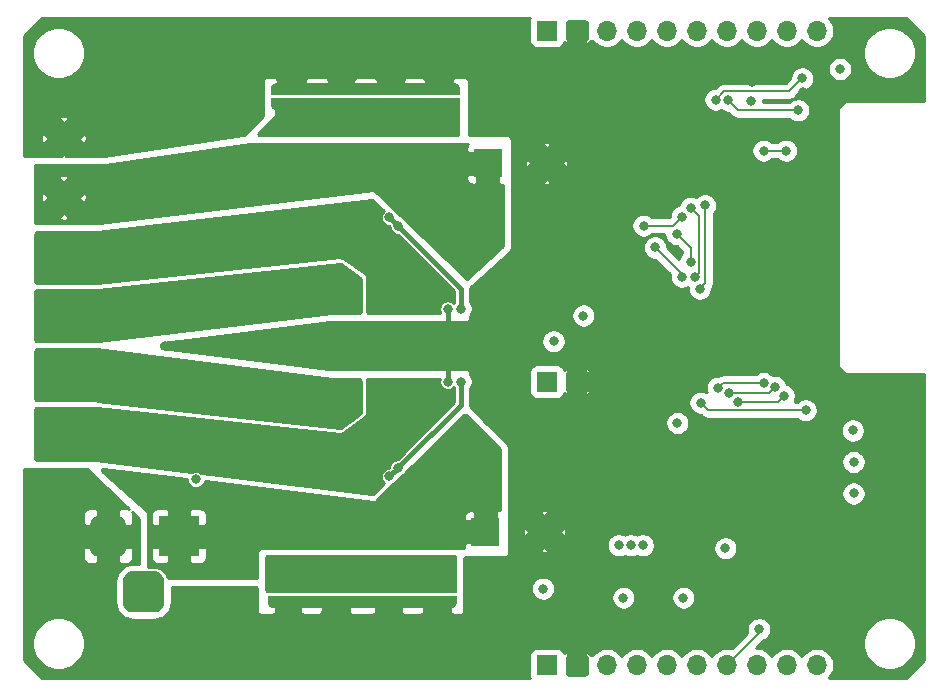
<source format=gbr>
G04 #@! TF.GenerationSoftware,KiCad,Pcbnew,5.1.5-52549c5~84~ubuntu18.04.1*
G04 #@! TF.CreationDate,2020-03-09T10:29:23-07:00*
G04 #@! TF.ProjectId,wifistepper,77696669-7374-4657-9070-65722e6b6963,rev?*
G04 #@! TF.SameCoordinates,Original*
G04 #@! TF.FileFunction,Copper,L4,Bot*
G04 #@! TF.FilePolarity,Positive*
%FSLAX46Y46*%
G04 Gerber Fmt 4.6, Leading zero omitted, Abs format (unit mm)*
G04 Created by KiCad (PCBNEW 5.1.5-52549c5~84~ubuntu18.04.1) date 2020-03-09 10:29:23*
%MOMM*%
%LPD*%
G04 APERTURE LIST*
%ADD10C,0.100000*%
%ADD11R,3.500000X3.500000*%
%ADD12R,2.600000X2.600000*%
%ADD13C,2.600000*%
%ADD14R,1.700000X1.700000*%
%ADD15O,1.700000X1.700000*%
%ADD16C,2.400000*%
%ADD17R,2.400000X2.400000*%
%ADD18C,0.800000*%
%ADD19C,0.400000*%
%ADD20C,0.200000*%
%ADD21C,0.250000*%
G04 APERTURE END LIST*
G04 #@! TA.AperFunction,SMDPad,CuDef*
D10*
G36*
X55373602Y-68042000D02*
G01*
X55373602Y-68017466D01*
X55378412Y-67968635D01*
X55387984Y-67920510D01*
X55402228Y-67873555D01*
X55421005Y-67828222D01*
X55444136Y-67784949D01*
X55471396Y-67744150D01*
X55502524Y-67706221D01*
X55537221Y-67671524D01*
X55575150Y-67640396D01*
X55615949Y-67613136D01*
X55659222Y-67590005D01*
X55704555Y-67571228D01*
X55751510Y-67556984D01*
X55799635Y-67547412D01*
X55848466Y-67542602D01*
X55873000Y-67542602D01*
X55873000Y-67542000D01*
X70873000Y-67542000D01*
X70873000Y-67542602D01*
X70897534Y-67542602D01*
X70946365Y-67547412D01*
X70994490Y-67556984D01*
X71041445Y-67571228D01*
X71086778Y-67590005D01*
X71130051Y-67613136D01*
X71170850Y-67640396D01*
X71208779Y-67671524D01*
X71243476Y-67706221D01*
X71274604Y-67744150D01*
X71301864Y-67784949D01*
X71324995Y-67828222D01*
X71343772Y-67873555D01*
X71358016Y-67920510D01*
X71367588Y-67968635D01*
X71372398Y-68017466D01*
X71372398Y-68042000D01*
X71373000Y-68042000D01*
X71373000Y-68542000D01*
X55373000Y-68542000D01*
X55373000Y-68042000D01*
X55373602Y-68042000D01*
G37*
G04 #@! TD.AperFunction*
G04 #@! TA.AperFunction,SMDPad,CuDef*
G36*
X71373000Y-68842000D02*
G01*
X71373000Y-69342000D01*
X71372398Y-69342000D01*
X71372398Y-69366534D01*
X71367588Y-69415365D01*
X71358016Y-69463490D01*
X71343772Y-69510445D01*
X71324995Y-69555778D01*
X71301864Y-69599051D01*
X71274604Y-69639850D01*
X71243476Y-69677779D01*
X71208779Y-69712476D01*
X71170850Y-69743604D01*
X71130051Y-69770864D01*
X71086778Y-69793995D01*
X71041445Y-69812772D01*
X70994490Y-69827016D01*
X70946365Y-69836588D01*
X70897534Y-69841398D01*
X70873000Y-69841398D01*
X70873000Y-69842000D01*
X55873000Y-69842000D01*
X55873000Y-69841398D01*
X55848466Y-69841398D01*
X55799635Y-69836588D01*
X55751510Y-69827016D01*
X55704555Y-69812772D01*
X55659222Y-69793995D01*
X55615949Y-69770864D01*
X55575150Y-69743604D01*
X55537221Y-69712476D01*
X55502524Y-69677779D01*
X55471396Y-69639850D01*
X55444136Y-69599051D01*
X55421005Y-69555778D01*
X55402228Y-69510445D01*
X55387984Y-69463490D01*
X55378412Y-69415365D01*
X55373602Y-69366534D01*
X55373602Y-69342000D01*
X55373000Y-69342000D01*
X55373000Y-68842000D01*
X71373000Y-68842000D01*
G37*
G04 #@! TD.AperFunction*
G04 #@! TA.AperFunction,SMDPad,CuDef*
G36*
X71118398Y-111521000D02*
G01*
X71118398Y-111545534D01*
X71113588Y-111594365D01*
X71104016Y-111642490D01*
X71089772Y-111689445D01*
X71070995Y-111734778D01*
X71047864Y-111778051D01*
X71020604Y-111818850D01*
X70989476Y-111856779D01*
X70954779Y-111891476D01*
X70916850Y-111922604D01*
X70876051Y-111949864D01*
X70832778Y-111972995D01*
X70787445Y-111991772D01*
X70740490Y-112006016D01*
X70692365Y-112015588D01*
X70643534Y-112020398D01*
X70619000Y-112020398D01*
X70619000Y-112021000D01*
X55619000Y-112021000D01*
X55619000Y-112020398D01*
X55594466Y-112020398D01*
X55545635Y-112015588D01*
X55497510Y-112006016D01*
X55450555Y-111991772D01*
X55405222Y-111972995D01*
X55361949Y-111949864D01*
X55321150Y-111922604D01*
X55283221Y-111891476D01*
X55248524Y-111856779D01*
X55217396Y-111818850D01*
X55190136Y-111778051D01*
X55167005Y-111734778D01*
X55148228Y-111689445D01*
X55133984Y-111642490D01*
X55124412Y-111594365D01*
X55119602Y-111545534D01*
X55119602Y-111521000D01*
X55119000Y-111521000D01*
X55119000Y-111021000D01*
X71119000Y-111021000D01*
X71119000Y-111521000D01*
X71118398Y-111521000D01*
G37*
G04 #@! TD.AperFunction*
G04 #@! TA.AperFunction,SMDPad,CuDef*
G36*
X55119000Y-110721000D02*
G01*
X55119000Y-110221000D01*
X55119602Y-110221000D01*
X55119602Y-110196466D01*
X55124412Y-110147635D01*
X55133984Y-110099510D01*
X55148228Y-110052555D01*
X55167005Y-110007222D01*
X55190136Y-109963949D01*
X55217396Y-109923150D01*
X55248524Y-109885221D01*
X55283221Y-109850524D01*
X55321150Y-109819396D01*
X55361949Y-109792136D01*
X55405222Y-109769005D01*
X55450555Y-109750228D01*
X55497510Y-109735984D01*
X55545635Y-109726412D01*
X55594466Y-109721602D01*
X55619000Y-109721602D01*
X55619000Y-109721000D01*
X70619000Y-109721000D01*
X70619000Y-109721602D01*
X70643534Y-109721602D01*
X70692365Y-109726412D01*
X70740490Y-109735984D01*
X70787445Y-109750228D01*
X70832778Y-109769005D01*
X70876051Y-109792136D01*
X70916850Y-109819396D01*
X70954779Y-109850524D01*
X70989476Y-109885221D01*
X71020604Y-109923150D01*
X71047864Y-109963949D01*
X71070995Y-110007222D01*
X71089772Y-110052555D01*
X71104016Y-110099510D01*
X71113588Y-110147635D01*
X71118398Y-110196466D01*
X71118398Y-110221000D01*
X71119000Y-110221000D01*
X71119000Y-110721000D01*
X55119000Y-110721000D01*
G37*
G04 #@! TD.AperFunction*
D11*
X47592500Y-105918000D03*
G04 #@! TA.AperFunction,ComponentPad*
D10*
G36*
X42416013Y-104171611D02*
G01*
X42488818Y-104182411D01*
X42560214Y-104200295D01*
X42629513Y-104225090D01*
X42696048Y-104256559D01*
X42759178Y-104294398D01*
X42818295Y-104338242D01*
X42872830Y-104387670D01*
X42922258Y-104442205D01*
X42966102Y-104501322D01*
X43003941Y-104564452D01*
X43035410Y-104630987D01*
X43060205Y-104700286D01*
X43078089Y-104771682D01*
X43088889Y-104844487D01*
X43092500Y-104918000D01*
X43092500Y-106918000D01*
X43088889Y-106991513D01*
X43078089Y-107064318D01*
X43060205Y-107135714D01*
X43035410Y-107205013D01*
X43003941Y-107271548D01*
X42966102Y-107334678D01*
X42922258Y-107393795D01*
X42872830Y-107448330D01*
X42818295Y-107497758D01*
X42759178Y-107541602D01*
X42696048Y-107579441D01*
X42629513Y-107610910D01*
X42560214Y-107635705D01*
X42488818Y-107653589D01*
X42416013Y-107664389D01*
X42342500Y-107668000D01*
X40842500Y-107668000D01*
X40768987Y-107664389D01*
X40696182Y-107653589D01*
X40624786Y-107635705D01*
X40555487Y-107610910D01*
X40488952Y-107579441D01*
X40425822Y-107541602D01*
X40366705Y-107497758D01*
X40312170Y-107448330D01*
X40262742Y-107393795D01*
X40218898Y-107334678D01*
X40181059Y-107271548D01*
X40149590Y-107205013D01*
X40124795Y-107135714D01*
X40106911Y-107064318D01*
X40096111Y-106991513D01*
X40092500Y-106918000D01*
X40092500Y-104918000D01*
X40096111Y-104844487D01*
X40106911Y-104771682D01*
X40124795Y-104700286D01*
X40149590Y-104630987D01*
X40181059Y-104564452D01*
X40218898Y-104501322D01*
X40262742Y-104442205D01*
X40312170Y-104387670D01*
X40366705Y-104338242D01*
X40425822Y-104294398D01*
X40488952Y-104256559D01*
X40555487Y-104225090D01*
X40624786Y-104200295D01*
X40696182Y-104182411D01*
X40768987Y-104171611D01*
X40842500Y-104168000D01*
X42342500Y-104168000D01*
X42416013Y-104171611D01*
G37*
G04 #@! TD.AperFunction*
G04 #@! TA.AperFunction,ComponentPad*
G36*
X45553265Y-108872213D02*
G01*
X45638204Y-108884813D01*
X45721499Y-108905677D01*
X45802348Y-108934605D01*
X45879972Y-108971319D01*
X45953624Y-109015464D01*
X46022594Y-109066616D01*
X46086218Y-109124282D01*
X46143884Y-109187906D01*
X46195036Y-109256876D01*
X46239181Y-109330528D01*
X46275895Y-109408152D01*
X46304823Y-109489001D01*
X46325687Y-109572296D01*
X46338287Y-109657235D01*
X46342500Y-109743000D01*
X46342500Y-111493000D01*
X46338287Y-111578765D01*
X46325687Y-111663704D01*
X46304823Y-111746999D01*
X46275895Y-111827848D01*
X46239181Y-111905472D01*
X46195036Y-111979124D01*
X46143884Y-112048094D01*
X46086218Y-112111718D01*
X46022594Y-112169384D01*
X45953624Y-112220536D01*
X45879972Y-112264681D01*
X45802348Y-112301395D01*
X45721499Y-112330323D01*
X45638204Y-112351187D01*
X45553265Y-112363787D01*
X45467500Y-112368000D01*
X43717500Y-112368000D01*
X43631735Y-112363787D01*
X43546796Y-112351187D01*
X43463501Y-112330323D01*
X43382652Y-112301395D01*
X43305028Y-112264681D01*
X43231376Y-112220536D01*
X43162406Y-112169384D01*
X43098782Y-112111718D01*
X43041116Y-112048094D01*
X42989964Y-111979124D01*
X42945819Y-111905472D01*
X42909105Y-111827848D01*
X42880177Y-111746999D01*
X42859313Y-111663704D01*
X42846713Y-111578765D01*
X42842500Y-111493000D01*
X42842500Y-109743000D01*
X42846713Y-109657235D01*
X42859313Y-109572296D01*
X42880177Y-109489001D01*
X42909105Y-109408152D01*
X42945819Y-109330528D01*
X42989964Y-109256876D01*
X43041116Y-109187906D01*
X43098782Y-109124282D01*
X43162406Y-109066616D01*
X43231376Y-109015464D01*
X43305028Y-108971319D01*
X43382652Y-108934605D01*
X43463501Y-108905677D01*
X43546796Y-108884813D01*
X43631735Y-108872213D01*
X43717500Y-108868000D01*
X45467500Y-108868000D01*
X45553265Y-108872213D01*
G37*
G04 #@! TD.AperFunction*
D12*
X37846000Y-97263000D03*
D13*
X37846000Y-92263000D03*
X37846000Y-87263000D03*
X37846000Y-82263000D03*
X37846000Y-77263000D03*
X37846000Y-72263000D03*
D14*
X78740000Y-92837000D03*
D15*
X81280000Y-92837000D03*
D14*
X78740000Y-116840000D03*
D15*
X81280000Y-116840000D03*
X83820000Y-116840000D03*
X86360000Y-116840000D03*
X88900000Y-116840000D03*
X91440000Y-116840000D03*
X93980000Y-116840000D03*
X96520000Y-116840000D03*
X99060000Y-116840000D03*
X101600000Y-116840000D03*
D16*
X78533000Y-105537000D03*
D17*
X73533000Y-105537000D03*
X73723500Y-74358500D03*
D16*
X78723500Y-74358500D03*
D14*
X78740000Y-63119000D03*
D15*
X81280000Y-63119000D03*
X83820000Y-63119000D03*
X86360000Y-63119000D03*
X88900000Y-63119000D03*
X91440000Y-63119000D03*
X93980000Y-63119000D03*
X96520000Y-63119000D03*
X99060000Y-63119000D03*
X101600000Y-63119000D03*
D18*
X84836000Y-106680000D03*
X85852000Y-106680000D03*
X86868000Y-106680000D03*
X104648000Y-96964500D03*
X104711500Y-99631500D03*
X104711500Y-102298500D03*
X85217000Y-111125000D03*
X89789000Y-96329500D03*
X93853000Y-106934000D03*
X81826418Y-87236618D03*
X90297000Y-111125000D03*
X79311500Y-89408000D03*
X78422500Y-110363000D03*
X96012000Y-69088000D03*
X103568500Y-66357500D03*
X49022000Y-101092000D03*
X100393500Y-68326000D03*
X65405000Y-91249500D03*
X99187000Y-81788000D03*
X97536000Y-81788000D03*
X97536000Y-83439000D03*
X97536000Y-80137000D03*
X95885000Y-81851500D03*
X99187000Y-83439000D03*
X99187000Y-80137000D03*
X95885000Y-80137000D03*
X95885000Y-83439000D03*
X61976000Y-90678000D03*
X64389000Y-90678000D03*
X64389000Y-89027000D03*
X61976000Y-89027000D03*
X63246000Y-89789000D03*
X65405000Y-89789000D03*
X60960000Y-89789000D03*
X63246000Y-91313000D03*
X63246000Y-88201500D03*
X60960000Y-91313000D03*
X65405000Y-88201500D03*
X60960000Y-88201500D03*
X87947500Y-97129600D03*
X70358000Y-86677500D03*
X70358000Y-92837000D03*
X87376000Y-104394000D03*
X87947500Y-99123500D03*
X87947500Y-101346000D03*
X85534500Y-95377000D03*
X81534000Y-106362500D03*
X44704000Y-64516000D03*
X52832000Y-64516000D03*
X55626000Y-64516000D03*
X50165000Y-64516000D03*
X63754000Y-64516000D03*
X58293000Y-64516000D03*
X41910000Y-64516000D03*
X66548000Y-64516000D03*
X72009000Y-64516000D03*
X47371000Y-64516000D03*
X61087000Y-64516000D03*
X74676000Y-64516000D03*
X69215000Y-64516000D03*
X54229000Y-66167000D03*
X62484000Y-66167000D03*
X70612000Y-66167000D03*
X40640000Y-66167000D03*
X46101000Y-66167000D03*
X43307000Y-66167000D03*
X59690000Y-66167000D03*
X65151000Y-66167000D03*
X73406000Y-66167000D03*
X67945000Y-66167000D03*
X48768000Y-66167000D03*
X57023000Y-66167000D03*
X51562000Y-66167000D03*
X61722000Y-113792000D03*
X72644000Y-113792000D03*
X69977000Y-113792000D03*
X45339000Y-113792000D03*
X48133000Y-113792000D03*
X67183000Y-113792000D03*
X42672000Y-113792000D03*
X50800000Y-113792000D03*
X56261000Y-113792000D03*
X53594000Y-113792000D03*
X64516000Y-113792000D03*
X59055000Y-113792000D03*
X68580000Y-115443000D03*
X63119000Y-115443000D03*
X71247000Y-115443000D03*
X49403000Y-115443000D03*
X65786000Y-115443000D03*
X60325000Y-115443000D03*
X54864000Y-115443000D03*
X57658000Y-115443000D03*
X46736000Y-115443000D03*
X41275000Y-115443000D03*
X43942000Y-115443000D03*
X52197000Y-115443000D03*
X74930000Y-113665000D03*
X73914000Y-115443000D03*
X75501500Y-111823500D03*
X73088500Y-111950500D03*
X35433000Y-101219000D03*
X35433000Y-104013000D03*
X35433000Y-106934000D03*
X35433000Y-110109000D03*
X37147500Y-108458000D03*
X37020500Y-105473500D03*
X37084000Y-102552500D03*
X37465000Y-111506000D03*
X39052500Y-110172500D03*
X40894000Y-111887000D03*
X35433000Y-112395000D03*
X47815500Y-111760000D03*
X41910000Y-67818000D03*
X44704000Y-67818000D03*
X38989000Y-67945000D03*
X47498000Y-67945000D03*
X44767500Y-71120000D03*
X43053000Y-69786500D03*
X42037000Y-71628000D03*
X35306000Y-67818000D03*
X74676000Y-67691000D03*
X72771000Y-68580000D03*
X75882500Y-66103500D03*
X102870000Y-91503500D03*
X104965500Y-95059500D03*
X90106500Y-106934000D03*
X92075000Y-73152000D03*
X94297500Y-98615500D03*
X96900998Y-101409500D03*
X96583500Y-91313000D03*
X104457500Y-62674500D03*
X109982000Y-68072000D03*
X105473500Y-68008500D03*
X104330500Y-116903500D03*
X104394000Y-111125000D03*
X110045500Y-112014000D03*
X86931500Y-87947500D03*
X84772500Y-89916000D03*
X88709500Y-91122500D03*
X85280500Y-91567000D03*
X86931500Y-89852500D03*
X86931500Y-92519500D03*
X88900000Y-88963500D03*
X88836500Y-86169500D03*
X85534500Y-93853000D03*
X83629500Y-92900500D03*
X81089500Y-71183500D03*
X81534000Y-68643500D03*
X81978500Y-74612500D03*
X81915000Y-77343000D03*
X82232500Y-80137000D03*
X110109000Y-93281500D03*
X110109000Y-103441500D03*
X101092000Y-110998000D03*
X101155500Y-114363500D03*
X106489500Y-109728000D03*
X110172500Y-98107500D03*
X110172500Y-95758000D03*
X110172500Y-101028500D03*
X110045500Y-106489500D03*
X110045500Y-109029500D03*
X107696000Y-111252000D03*
X81724500Y-109156500D03*
X80899000Y-114554000D03*
X82359500Y-112966500D03*
X85090000Y-112839500D03*
X83883500Y-114681000D03*
X81534000Y-65976500D03*
X84836000Y-79946500D03*
X82232500Y-82613500D03*
X77978000Y-89027000D03*
X38989000Y-101155500D03*
X41402000Y-102933500D03*
X39751000Y-102679500D03*
X49911000Y-111760000D03*
X80899000Y-111442500D03*
X74612500Y-70104000D03*
X72707500Y-71310500D03*
X74676000Y-108331000D03*
X75692000Y-109156500D03*
X78676500Y-113220500D03*
X78613000Y-69977000D03*
X78613000Y-67056000D03*
X75819000Y-68834000D03*
X43561000Y-72580500D03*
X40767000Y-73025000D03*
X40322500Y-69786500D03*
X38608000Y-106934000D03*
X38608000Y-104140000D03*
X35242500Y-73025000D03*
X35242500Y-70358000D03*
X46101000Y-69596000D03*
X46418500Y-89789000D03*
X104203500Y-113347500D03*
X102425500Y-112458500D03*
X96075500Y-67500500D03*
X88328500Y-76263500D03*
X83375500Y-67310000D03*
X55054500Y-90551000D03*
X87249000Y-95313500D03*
X40132000Y-108648500D03*
X37211000Y-69024500D03*
X49911000Y-103124000D03*
X52133500Y-104394000D03*
X68834000Y-100330000D03*
X69977000Y-102616000D03*
X73342500Y-99700000D03*
X71755000Y-100901500D03*
X73660000Y-102171500D03*
X73977500Y-79883000D03*
X70675500Y-80899000D03*
X70358000Y-76835000D03*
X68834000Y-79248000D03*
X70866000Y-104711500D03*
X71120000Y-74549000D03*
X46799500Y-74739500D03*
X42481500Y-75247500D03*
X40195500Y-75120500D03*
X40703500Y-78676500D03*
X43116500Y-78359000D03*
X41084500Y-76898500D03*
X52514500Y-75247500D03*
X44831000Y-74993500D03*
X47498000Y-76390500D03*
X51562000Y-76644500D03*
X50863500Y-75057000D03*
X71818500Y-78676500D03*
X73787000Y-77343000D03*
X72263000Y-82359500D03*
X71882000Y-97409000D03*
X70294500Y-98806000D03*
X43180000Y-101219000D03*
X45656500Y-101473000D03*
X47561500Y-101727000D03*
X45720000Y-103251000D03*
X48006000Y-103060500D03*
X47434500Y-108712000D03*
X48895000Y-74930000D03*
X51879500Y-106045000D03*
X51625500Y-103060500D03*
X50546000Y-104838500D03*
X49593500Y-108712000D03*
X50673000Y-107188000D03*
X51943000Y-108267500D03*
X53403500Y-103060500D03*
X43434000Y-76644500D03*
X45529500Y-76644500D03*
X45339000Y-78168500D03*
X49657000Y-76327000D03*
X49022000Y-77787500D03*
X53721000Y-76898500D03*
X90170000Y-78867000D03*
X86931498Y-79629000D03*
X100647500Y-95250000D03*
X91757500Y-94615000D03*
X61849000Y-85471000D03*
X62484000Y-86487000D03*
X61341000Y-86487000D03*
X62484000Y-84582000D03*
X61341000Y-84582000D03*
X55308500Y-86042500D03*
X56515001Y-86438990D03*
X64643000Y-85471000D03*
X65151000Y-86487000D03*
X64008000Y-86487000D03*
X65151000Y-84582000D03*
X64008000Y-84582000D03*
X69850000Y-85788500D03*
X61849000Y-94107000D03*
X62484000Y-93091000D03*
X61341000Y-93091000D03*
X62484000Y-94996000D03*
X61341000Y-94996000D03*
X56515000Y-93726000D03*
X55689500Y-94551500D03*
X64643000Y-94107000D03*
X65151000Y-94996000D03*
X64008000Y-94996000D03*
X65151000Y-93091000D03*
X64008000Y-93091000D03*
X69850000Y-93726000D03*
X87902240Y-81470500D03*
X90170000Y-83947000D03*
X94170500Y-93789500D03*
X98043998Y-93281500D03*
X98806000Y-94043500D03*
X94932500Y-94549990D03*
X97102247Y-92945160D03*
X93219510Y-93345000D03*
X90932000Y-78105000D03*
X91249500Y-84010500D03*
X91694000Y-84963000D03*
X92136990Y-77914500D03*
X94107000Y-69024500D03*
X100012500Y-69850000D03*
X98996500Y-73279000D03*
X97091502Y-73279000D03*
X93027500Y-68961000D03*
X90932000Y-82677000D03*
X89725500Y-80327500D03*
X100363950Y-67153454D03*
X58039000Y-70739000D03*
X59372500Y-70739000D03*
X60706000Y-70739000D03*
X62039500Y-70739000D03*
X63373000Y-70739000D03*
X64706500Y-70739000D03*
X66040000Y-70739000D03*
X67373500Y-70739000D03*
X68707000Y-70739000D03*
X58737500Y-71501000D03*
X60071000Y-71501000D03*
X61404500Y-71501000D03*
X62738000Y-71501000D03*
X64071500Y-71501000D03*
X65405000Y-71501000D03*
X66738500Y-71501000D03*
X68072000Y-71501000D03*
X71437500Y-86677500D03*
X66167000Y-79692500D03*
X65405000Y-78930500D03*
X57340500Y-71501000D03*
X56642000Y-70739000D03*
X55943500Y-71501000D03*
X55626000Y-108013500D03*
X61023500Y-108013500D03*
X59690000Y-108013500D03*
X58356500Y-108013500D03*
X68389500Y-108775500D03*
X67056000Y-108775500D03*
X65722500Y-108775500D03*
X64389000Y-108775500D03*
X63055500Y-108775500D03*
X61722000Y-108775500D03*
X60388500Y-108775500D03*
X59055000Y-108775500D03*
X57721500Y-108775500D03*
X67691000Y-108013500D03*
X66357500Y-108013500D03*
X65024000Y-108013500D03*
X63690500Y-108013500D03*
X62357000Y-108013500D03*
X71437500Y-92837000D03*
X66103500Y-100139500D03*
X65405000Y-100838000D03*
X57023000Y-108013500D03*
X56324500Y-108775500D03*
X96710502Y-113792000D03*
D19*
X70358000Y-86677500D02*
X70358000Y-87820500D01*
X70358000Y-92837000D02*
X70358000Y-91567000D01*
D20*
X89408000Y-79629000D02*
X87497183Y-79629000D01*
X87497183Y-79629000D02*
X86931498Y-79629000D01*
X90170000Y-78867000D02*
X89408000Y-79629000D01*
X100081815Y-95250000D02*
X100647500Y-95250000D01*
X92392500Y-95250000D02*
X100081815Y-95250000D01*
X91757500Y-94615000D02*
X92392500Y-95250000D01*
X90170000Y-83738260D02*
X90170000Y-83947000D01*
X87902240Y-81470500D02*
X90170000Y-83738260D01*
X97535998Y-93789500D02*
X97643999Y-93681499D01*
X97643999Y-93681499D02*
X98043998Y-93281500D01*
X94170500Y-93789500D02*
X97535998Y-93789500D01*
X98806000Y-94043500D02*
X98299510Y-94549990D01*
X95498185Y-94549990D02*
X94932500Y-94549990D01*
X98299510Y-94549990D02*
X95498185Y-94549990D01*
X97102247Y-92945160D02*
X93619350Y-92945160D01*
X93619350Y-92945160D02*
X93219510Y-93345000D01*
X91649499Y-78822499D02*
X91649499Y-83610501D01*
X90932000Y-78105000D02*
X91649499Y-78822499D01*
X91649499Y-83610501D02*
X91249500Y-84010500D01*
X92136990Y-78480185D02*
X92136990Y-77914500D01*
X91694000Y-84963000D02*
X92136990Y-84520010D01*
X92136990Y-84520010D02*
X92136990Y-78480185D01*
X100012500Y-69850000D02*
X94932500Y-69850000D01*
X94932500Y-69850000D02*
X94107000Y-69024500D01*
X98996500Y-73279000D02*
X97091502Y-73279000D01*
X90932000Y-81534000D02*
X89725500Y-80327500D01*
X90932000Y-82677000D02*
X90932000Y-81534000D01*
X93027500Y-68961000D02*
X93726000Y-68262500D01*
X99963951Y-67553453D02*
X100363950Y-67153454D01*
X93726000Y-68262500D02*
X99254904Y-68262500D01*
X99254904Y-68262500D02*
X99963951Y-67553453D01*
D19*
X66566999Y-80092499D02*
X66167000Y-79692500D01*
X71437500Y-84963000D02*
X66566999Y-80092499D01*
X71437500Y-86677500D02*
X71437500Y-84963000D01*
X66167000Y-79692500D02*
X65405000Y-78930500D01*
X71437500Y-92837000D02*
X71437500Y-94805500D01*
X66503499Y-99739501D02*
X66103500Y-100139500D01*
X71437500Y-94805500D02*
X66503499Y-99739501D01*
X66103500Y-100139500D02*
X65405000Y-100838000D01*
D20*
X93980000Y-116840000D02*
X96710502Y-114109498D01*
X96710502Y-114109498D02*
X96710502Y-113792000D01*
D21*
G36*
X69660861Y-92625525D02*
G01*
X69633000Y-92765594D01*
X69633000Y-92908406D01*
X69660861Y-93048475D01*
X69715513Y-93180416D01*
X69794856Y-93299161D01*
X69895839Y-93400144D01*
X70014584Y-93479487D01*
X70146525Y-93534139D01*
X70286594Y-93562000D01*
X70429406Y-93562000D01*
X70569475Y-93534139D01*
X70701416Y-93479487D01*
X70820161Y-93400144D01*
X70897750Y-93322555D01*
X70912500Y-93337305D01*
X70912501Y-94588037D01*
X66150508Y-99350031D01*
X66150502Y-99350036D01*
X66086038Y-99414500D01*
X66032094Y-99414500D01*
X65892025Y-99442361D01*
X65760084Y-99497013D01*
X65641339Y-99576356D01*
X65540356Y-99677339D01*
X65461013Y-99796084D01*
X65406361Y-99928025D01*
X65378500Y-100068094D01*
X65378500Y-100113000D01*
X65333594Y-100113000D01*
X65193525Y-100140861D01*
X65061584Y-100195513D01*
X64942839Y-100274856D01*
X64841856Y-100375839D01*
X64762513Y-100494584D01*
X64707861Y-100626525D01*
X64680000Y-100766594D01*
X64680000Y-100909406D01*
X64707861Y-101049475D01*
X64762513Y-101181416D01*
X64841856Y-101300161D01*
X64942578Y-101400883D01*
X64009921Y-102312344D01*
X63899531Y-102349552D01*
X49516725Y-100561420D01*
X49484161Y-100528856D01*
X49365416Y-100449513D01*
X49233475Y-100394861D01*
X49093406Y-100367000D01*
X48950594Y-100367000D01*
X48810525Y-100394861D01*
X48678584Y-100449513D01*
X48668861Y-100456010D01*
X40540712Y-99445483D01*
X40533016Y-99444767D01*
X40508341Y-99443239D01*
X40500615Y-99443000D01*
X35530865Y-99443000D01*
X35460250Y-99413750D01*
X35431000Y-99343135D01*
X35431000Y-95157365D01*
X35460250Y-95086750D01*
X35530865Y-95057500D01*
X40625955Y-95057500D01*
X40640614Y-95058285D01*
X61249328Y-97270877D01*
X61273832Y-97271092D01*
X61295806Y-97267120D01*
X61437156Y-97228262D01*
X61460033Y-97219482D01*
X61479022Y-97207733D01*
X63368000Y-95791000D01*
X63386068Y-95774447D01*
X63404803Y-95746902D01*
X63484803Y-95586902D01*
X63493561Y-95564016D01*
X63498000Y-95531000D01*
X63498000Y-92680865D01*
X63527250Y-92610250D01*
X63597865Y-92581000D01*
X69679304Y-92581000D01*
X69660861Y-92625525D01*
G37*
X69660861Y-92625525D02*
X69633000Y-92765594D01*
X69633000Y-92908406D01*
X69660861Y-93048475D01*
X69715513Y-93180416D01*
X69794856Y-93299161D01*
X69895839Y-93400144D01*
X70014584Y-93479487D01*
X70146525Y-93534139D01*
X70286594Y-93562000D01*
X70429406Y-93562000D01*
X70569475Y-93534139D01*
X70701416Y-93479487D01*
X70820161Y-93400144D01*
X70897750Y-93322555D01*
X70912500Y-93337305D01*
X70912501Y-94588037D01*
X66150508Y-99350031D01*
X66150502Y-99350036D01*
X66086038Y-99414500D01*
X66032094Y-99414500D01*
X65892025Y-99442361D01*
X65760084Y-99497013D01*
X65641339Y-99576356D01*
X65540356Y-99677339D01*
X65461013Y-99796084D01*
X65406361Y-99928025D01*
X65378500Y-100068094D01*
X65378500Y-100113000D01*
X65333594Y-100113000D01*
X65193525Y-100140861D01*
X65061584Y-100195513D01*
X64942839Y-100274856D01*
X64841856Y-100375839D01*
X64762513Y-100494584D01*
X64707861Y-100626525D01*
X64680000Y-100766594D01*
X64680000Y-100909406D01*
X64707861Y-101049475D01*
X64762513Y-101181416D01*
X64841856Y-101300161D01*
X64942578Y-101400883D01*
X64009921Y-102312344D01*
X63899531Y-102349552D01*
X49516725Y-100561420D01*
X49484161Y-100528856D01*
X49365416Y-100449513D01*
X49233475Y-100394861D01*
X49093406Y-100367000D01*
X48950594Y-100367000D01*
X48810525Y-100394861D01*
X48678584Y-100449513D01*
X48668861Y-100456010D01*
X40540712Y-99445483D01*
X40533016Y-99444767D01*
X40508341Y-99443239D01*
X40500615Y-99443000D01*
X35530865Y-99443000D01*
X35460250Y-99413750D01*
X35431000Y-99343135D01*
X35431000Y-95157365D01*
X35460250Y-95086750D01*
X35530865Y-95057500D01*
X40625955Y-95057500D01*
X40640614Y-95058285D01*
X61249328Y-97270877D01*
X61273832Y-97271092D01*
X61295806Y-97267120D01*
X61437156Y-97228262D01*
X61460033Y-97219482D01*
X61479022Y-97207733D01*
X63368000Y-95791000D01*
X63386068Y-95774447D01*
X63404803Y-95746902D01*
X63484803Y-95586902D01*
X63493561Y-95564016D01*
X63498000Y-95531000D01*
X63498000Y-92680865D01*
X63527250Y-92610250D01*
X63597865Y-92581000D01*
X69679304Y-92581000D01*
X69660861Y-92625525D01*
G36*
X64010586Y-77516267D02*
G01*
X64933728Y-78376467D01*
X64841856Y-78468339D01*
X64762513Y-78587084D01*
X64707861Y-78719025D01*
X64680000Y-78859094D01*
X64680000Y-79001906D01*
X64707861Y-79141975D01*
X64762513Y-79273916D01*
X64841856Y-79392661D01*
X64942839Y-79493644D01*
X65061584Y-79572987D01*
X65193525Y-79627639D01*
X65333594Y-79655500D01*
X65387538Y-79655500D01*
X65442000Y-79709962D01*
X65442000Y-79763906D01*
X65469861Y-79903975D01*
X65524513Y-80035916D01*
X65603856Y-80154661D01*
X65704839Y-80255644D01*
X65823584Y-80334987D01*
X65955525Y-80389639D01*
X66095594Y-80417500D01*
X66149538Y-80417500D01*
X66214002Y-80481964D01*
X66214008Y-80481969D01*
X70912501Y-85180463D01*
X70912500Y-86177195D01*
X70897750Y-86191945D01*
X70820161Y-86114356D01*
X70701416Y-86035013D01*
X70569475Y-85980361D01*
X70429406Y-85952500D01*
X70286594Y-85952500D01*
X70146525Y-85980361D01*
X70014584Y-86035013D01*
X69895839Y-86114356D01*
X69794856Y-86215339D01*
X69715513Y-86334084D01*
X69660861Y-86466025D01*
X69633000Y-86606094D01*
X69633000Y-86748906D01*
X69660861Y-86888975D01*
X69705607Y-86997000D01*
X63597865Y-86997000D01*
X63527250Y-86967750D01*
X63498000Y-86897135D01*
X63498000Y-83925206D01*
X63495598Y-83900820D01*
X63483628Y-83867012D01*
X63396934Y-83702204D01*
X63383455Y-83681740D01*
X63357122Y-83657393D01*
X61472556Y-82361754D01*
X61451100Y-82349917D01*
X61432567Y-82343620D01*
X61298515Y-82309507D01*
X61274290Y-82305820D01*
X61254722Y-82306320D01*
X40640598Y-84456259D01*
X40626356Y-84457000D01*
X35530865Y-84457000D01*
X35460250Y-84427750D01*
X35431000Y-84357135D01*
X35431000Y-80298365D01*
X35460250Y-80227750D01*
X35530865Y-80198500D01*
X40628355Y-80198500D01*
X40635624Y-80198288D01*
X40658835Y-80196936D01*
X40666073Y-80196303D01*
X63903304Y-77481084D01*
X64010586Y-77516267D01*
G37*
X64010586Y-77516267D02*
X64933728Y-78376467D01*
X64841856Y-78468339D01*
X64762513Y-78587084D01*
X64707861Y-78719025D01*
X64680000Y-78859094D01*
X64680000Y-79001906D01*
X64707861Y-79141975D01*
X64762513Y-79273916D01*
X64841856Y-79392661D01*
X64942839Y-79493644D01*
X65061584Y-79572987D01*
X65193525Y-79627639D01*
X65333594Y-79655500D01*
X65387538Y-79655500D01*
X65442000Y-79709962D01*
X65442000Y-79763906D01*
X65469861Y-79903975D01*
X65524513Y-80035916D01*
X65603856Y-80154661D01*
X65704839Y-80255644D01*
X65823584Y-80334987D01*
X65955525Y-80389639D01*
X66095594Y-80417500D01*
X66149538Y-80417500D01*
X66214002Y-80481964D01*
X66214008Y-80481969D01*
X70912501Y-85180463D01*
X70912500Y-86177195D01*
X70897750Y-86191945D01*
X70820161Y-86114356D01*
X70701416Y-86035013D01*
X70569475Y-85980361D01*
X70429406Y-85952500D01*
X70286594Y-85952500D01*
X70146525Y-85980361D01*
X70014584Y-86035013D01*
X69895839Y-86114356D01*
X69794856Y-86215339D01*
X69715513Y-86334084D01*
X69660861Y-86466025D01*
X69633000Y-86606094D01*
X69633000Y-86748906D01*
X69660861Y-86888975D01*
X69705607Y-86997000D01*
X63597865Y-86997000D01*
X63527250Y-86967750D01*
X63498000Y-86897135D01*
X63498000Y-83925206D01*
X63495598Y-83900820D01*
X63483628Y-83867012D01*
X63396934Y-83702204D01*
X63383455Y-83681740D01*
X63357122Y-83657393D01*
X61472556Y-82361754D01*
X61451100Y-82349917D01*
X61432567Y-82343620D01*
X61298515Y-82309507D01*
X61274290Y-82305820D01*
X61254722Y-82306320D01*
X40640598Y-84456259D01*
X40626356Y-84457000D01*
X35530865Y-84457000D01*
X35460250Y-84427750D01*
X35431000Y-84357135D01*
X35431000Y-80298365D01*
X35460250Y-80227750D01*
X35530865Y-80198500D01*
X40628355Y-80198500D01*
X40635624Y-80198288D01*
X40658835Y-80196936D01*
X40666073Y-80196303D01*
X63903304Y-77481084D01*
X64010586Y-77516267D01*
G36*
X40640713Y-90105601D02*
G01*
X60550618Y-92641895D01*
X60558502Y-92642646D01*
X60583776Y-92644249D01*
X60591688Y-92644500D01*
X62894135Y-92644500D01*
X62964750Y-92673750D01*
X62994000Y-92744365D01*
X62994000Y-95437992D01*
X62940394Y-95545205D01*
X61348726Y-96738956D01*
X61252350Y-96765136D01*
X40665338Y-94428573D01*
X40658302Y-94427976D01*
X40635748Y-94426700D01*
X40628687Y-94426500D01*
X35530865Y-94426500D01*
X35460250Y-94397250D01*
X35431000Y-94326635D01*
X35431000Y-90204365D01*
X35460250Y-90133750D01*
X35530865Y-90104500D01*
X40623357Y-90104500D01*
X40640713Y-90105601D01*
G37*
X40640713Y-90105601D02*
X60550618Y-92641895D01*
X60558502Y-92642646D01*
X60583776Y-92644249D01*
X60591688Y-92644500D01*
X62894135Y-92644500D01*
X62964750Y-92673750D01*
X62994000Y-92744365D01*
X62994000Y-95437992D01*
X62940394Y-95545205D01*
X61348726Y-96738956D01*
X61252350Y-96765136D01*
X40665338Y-94428573D01*
X40658302Y-94427976D01*
X40635748Y-94426700D01*
X40628687Y-94426500D01*
X35530865Y-94426500D01*
X35460250Y-94397250D01*
X35431000Y-94326635D01*
X35431000Y-90204365D01*
X35460250Y-90133750D01*
X35530865Y-90104500D01*
X40623357Y-90104500D01*
X40640713Y-90105601D01*
G36*
X61286187Y-82898336D02*
G01*
X62936208Y-84036281D01*
X62994000Y-84146342D01*
X62994000Y-86897135D01*
X62964750Y-86967750D01*
X62894135Y-86997000D01*
X60591096Y-86997000D01*
X60583549Y-86997228D01*
X60559445Y-86998686D01*
X60551927Y-86999369D01*
X40704190Y-89408998D01*
X40687626Y-89410000D01*
X35530865Y-89410000D01*
X35460250Y-89380750D01*
X35431000Y-89310135D01*
X35431000Y-85187865D01*
X35460250Y-85117250D01*
X35530865Y-85088000D01*
X40692729Y-85088000D01*
X40699452Y-85087819D01*
X40720932Y-85086662D01*
X40727634Y-85086120D01*
X61194723Y-82875169D01*
X61286187Y-82898336D01*
G37*
X61286187Y-82898336D02*
X62936208Y-84036281D01*
X62994000Y-84146342D01*
X62994000Y-86897135D01*
X62964750Y-86967750D01*
X62894135Y-86997000D01*
X60591096Y-86997000D01*
X60583549Y-86997228D01*
X60559445Y-86998686D01*
X60551927Y-86999369D01*
X40704190Y-89408998D01*
X40687626Y-89410000D01*
X35530865Y-89410000D01*
X35460250Y-89380750D01*
X35431000Y-89310135D01*
X35431000Y-85187865D01*
X35460250Y-85117250D01*
X35530865Y-85088000D01*
X40692729Y-85088000D01*
X40699452Y-85087819D01*
X40720932Y-85086662D01*
X40727634Y-85086120D01*
X61194723Y-82875169D01*
X61286187Y-82898336D01*
G36*
X71219750Y-68988250D02*
G01*
X71249000Y-69058865D01*
X71249000Y-71847635D01*
X71219750Y-71918250D01*
X71149135Y-71947500D01*
X54419207Y-71947500D01*
X54348592Y-71918250D01*
X54329642Y-71872500D01*
X54358891Y-71801885D01*
X55719309Y-70441467D01*
X55734855Y-70422525D01*
X55746406Y-70400914D01*
X55804985Y-70259492D01*
X55812098Y-70236043D01*
X55814500Y-70211657D01*
X55814500Y-69058865D01*
X55843750Y-68988250D01*
X55914365Y-68959000D01*
X71149135Y-68959000D01*
X71219750Y-68988250D01*
G37*
X71219750Y-68988250D02*
X71249000Y-69058865D01*
X71249000Y-71847635D01*
X71219750Y-71918250D01*
X71149135Y-71947500D01*
X54419207Y-71947500D01*
X54348592Y-71918250D01*
X54329642Y-71872500D01*
X54358891Y-71801885D01*
X55719309Y-70441467D01*
X55734855Y-70422525D01*
X55746406Y-70400914D01*
X55804985Y-70259492D01*
X55812098Y-70236043D01*
X55814500Y-70211657D01*
X55814500Y-69058865D01*
X55843750Y-68988250D01*
X55914365Y-68959000D01*
X71149135Y-68959000D01*
X71219750Y-68988250D01*
G36*
X72079420Y-72714420D02*
G01*
X72001317Y-72809589D01*
X71943281Y-72918166D01*
X71907543Y-73035979D01*
X71895476Y-73158500D01*
X71898500Y-73327250D01*
X72054750Y-73483500D01*
X72848500Y-73483500D01*
X72848500Y-73463500D01*
X74598500Y-73463500D01*
X74598500Y-73483500D01*
X74618500Y-73483500D01*
X74618500Y-75233500D01*
X74598500Y-75233500D01*
X74598500Y-76027250D01*
X74754750Y-76183500D01*
X74923500Y-76186524D01*
X74995500Y-76179433D01*
X74995500Y-81352148D01*
X71947658Y-84156162D01*
X64221916Y-76681663D01*
X64202719Y-76666433D01*
X64180920Y-76655240D01*
X64157357Y-76648516D01*
X64132934Y-76646517D01*
X64120120Y-76647389D01*
X40823035Y-79440500D01*
X35431000Y-79440500D01*
X35431000Y-78976224D01*
X37370213Y-78976224D01*
X37539905Y-79172941D01*
X37918398Y-79195958D01*
X38152095Y-79172941D01*
X38321787Y-78976224D01*
X37846000Y-78500437D01*
X37370213Y-78976224D01*
X35431000Y-78976224D01*
X35431000Y-77335398D01*
X35913042Y-77335398D01*
X35936059Y-77569095D01*
X36132776Y-77738787D01*
X36608563Y-77263000D01*
X39083437Y-77263000D01*
X39559224Y-77738787D01*
X39755941Y-77569095D01*
X39778958Y-77190602D01*
X39755941Y-76956905D01*
X39559224Y-76787213D01*
X39083437Y-77263000D01*
X36608563Y-77263000D01*
X36132776Y-76787213D01*
X35936059Y-76956905D01*
X35913042Y-77335398D01*
X35431000Y-77335398D01*
X35431000Y-75549776D01*
X37370213Y-75549776D01*
X37846000Y-76025563D01*
X38313063Y-75558500D01*
X71895476Y-75558500D01*
X71907543Y-75681021D01*
X71943281Y-75798834D01*
X72001317Y-75907411D01*
X72079420Y-76002580D01*
X72174589Y-76080683D01*
X72283166Y-76138719D01*
X72400979Y-76174457D01*
X72523500Y-76186524D01*
X72692250Y-76183500D01*
X72848500Y-76027250D01*
X72848500Y-75233500D01*
X72054750Y-75233500D01*
X71898500Y-75389750D01*
X71895476Y-75558500D01*
X38313063Y-75558500D01*
X38321787Y-75549776D01*
X38152095Y-75353059D01*
X37773602Y-75330042D01*
X37539905Y-75353059D01*
X37370213Y-75549776D01*
X35431000Y-75549776D01*
X35431000Y-74483500D01*
X41338500Y-74483500D01*
X41356447Y-74482205D01*
X53603021Y-72705500D01*
X72090289Y-72705500D01*
X72079420Y-72714420D01*
G37*
X72079420Y-72714420D02*
X72001317Y-72809589D01*
X71943281Y-72918166D01*
X71907543Y-73035979D01*
X71895476Y-73158500D01*
X71898500Y-73327250D01*
X72054750Y-73483500D01*
X72848500Y-73483500D01*
X72848500Y-73463500D01*
X74598500Y-73463500D01*
X74598500Y-73483500D01*
X74618500Y-73483500D01*
X74618500Y-75233500D01*
X74598500Y-75233500D01*
X74598500Y-76027250D01*
X74754750Y-76183500D01*
X74923500Y-76186524D01*
X74995500Y-76179433D01*
X74995500Y-81352148D01*
X71947658Y-84156162D01*
X64221916Y-76681663D01*
X64202719Y-76666433D01*
X64180920Y-76655240D01*
X64157357Y-76648516D01*
X64132934Y-76646517D01*
X64120120Y-76647389D01*
X40823035Y-79440500D01*
X35431000Y-79440500D01*
X35431000Y-78976224D01*
X37370213Y-78976224D01*
X37539905Y-79172941D01*
X37918398Y-79195958D01*
X38152095Y-79172941D01*
X38321787Y-78976224D01*
X37846000Y-78500437D01*
X37370213Y-78976224D01*
X35431000Y-78976224D01*
X35431000Y-77335398D01*
X35913042Y-77335398D01*
X35936059Y-77569095D01*
X36132776Y-77738787D01*
X36608563Y-77263000D01*
X39083437Y-77263000D01*
X39559224Y-77738787D01*
X39755941Y-77569095D01*
X39778958Y-77190602D01*
X39755941Y-76956905D01*
X39559224Y-76787213D01*
X39083437Y-77263000D01*
X36608563Y-77263000D01*
X36132776Y-76787213D01*
X35936059Y-76956905D01*
X35913042Y-77335398D01*
X35431000Y-77335398D01*
X35431000Y-75549776D01*
X37370213Y-75549776D01*
X37846000Y-76025563D01*
X38313063Y-75558500D01*
X71895476Y-75558500D01*
X71907543Y-75681021D01*
X71943281Y-75798834D01*
X72001317Y-75907411D01*
X72079420Y-76002580D01*
X72174589Y-76080683D01*
X72283166Y-76138719D01*
X72400979Y-76174457D01*
X72523500Y-76186524D01*
X72692250Y-76183500D01*
X72848500Y-76027250D01*
X72848500Y-75233500D01*
X72054750Y-75233500D01*
X71898500Y-75389750D01*
X71895476Y-75558500D01*
X38313063Y-75558500D01*
X38321787Y-75549776D01*
X38152095Y-75353059D01*
X37773602Y-75330042D01*
X37539905Y-75353059D01*
X37370213Y-75549776D01*
X35431000Y-75549776D01*
X35431000Y-74483500D01*
X41338500Y-74483500D01*
X41356447Y-74482205D01*
X53603021Y-72705500D01*
X72090289Y-72705500D01*
X72079420Y-72714420D01*
G36*
X70965750Y-107596250D02*
G01*
X70995000Y-107666865D01*
X70995000Y-110460791D01*
X70965741Y-110531414D01*
X70895108Y-110560651D01*
X55088836Y-110555572D01*
X55018239Y-110526310D01*
X54989000Y-110455705D01*
X54989000Y-107666865D01*
X55018250Y-107596250D01*
X55088865Y-107567000D01*
X70895135Y-107567000D01*
X70965750Y-107596250D01*
G37*
X70965750Y-107596250D02*
X70995000Y-107666865D01*
X70995000Y-110460791D01*
X70965741Y-110531414D01*
X70895108Y-110560651D01*
X55088836Y-110555572D01*
X55018239Y-110526310D01*
X54989000Y-110455705D01*
X54989000Y-107666865D01*
X55018250Y-107596250D01*
X55088865Y-107567000D01*
X70895135Y-107567000D01*
X70965750Y-107596250D01*
G36*
X71887207Y-95685983D02*
G01*
X74765451Y-98564227D01*
X74805000Y-98659707D01*
X74805000Y-103716067D01*
X74733000Y-103708976D01*
X74564250Y-103712000D01*
X74408000Y-103868250D01*
X74408000Y-104662000D01*
X74428000Y-104662000D01*
X74428000Y-106412000D01*
X74408000Y-106412000D01*
X74408000Y-106432000D01*
X72658000Y-106432000D01*
X72658000Y-106412000D01*
X71864250Y-106412000D01*
X71708000Y-106568250D01*
X71704976Y-106737000D01*
X71717043Y-106859521D01*
X71740243Y-106936000D01*
X54556000Y-106936000D01*
X54531614Y-106938402D01*
X54508164Y-106945515D01*
X54366743Y-107004094D01*
X54345132Y-107015646D01*
X54326190Y-107031191D01*
X54310645Y-107050133D01*
X54299094Y-107071743D01*
X54240515Y-107213164D01*
X54233402Y-107236613D01*
X54231000Y-107261000D01*
X54231000Y-109376135D01*
X54201750Y-109446750D01*
X54131135Y-109476000D01*
X46688350Y-109476000D01*
X46624025Y-109263952D01*
X46508345Y-109047529D01*
X46352666Y-108857834D01*
X46162971Y-108702155D01*
X45946548Y-108586475D01*
X45711717Y-108515239D01*
X45467500Y-108491186D01*
X44956000Y-108491186D01*
X44956000Y-107668000D01*
X45214476Y-107668000D01*
X45226543Y-107790521D01*
X45262281Y-107908334D01*
X45320317Y-108016911D01*
X45398420Y-108112080D01*
X45493589Y-108190183D01*
X45602166Y-108248219D01*
X45719979Y-108283957D01*
X45842500Y-108296024D01*
X46561250Y-108293000D01*
X46717500Y-108136750D01*
X46717500Y-106793000D01*
X48467500Y-106793000D01*
X48467500Y-108136750D01*
X48623750Y-108293000D01*
X49342500Y-108296024D01*
X49465021Y-108283957D01*
X49582834Y-108248219D01*
X49691411Y-108190183D01*
X49786580Y-108112080D01*
X49864683Y-108016911D01*
X49922719Y-107908334D01*
X49958457Y-107790521D01*
X49970524Y-107668000D01*
X49967500Y-106949250D01*
X49811250Y-106793000D01*
X48467500Y-106793000D01*
X46717500Y-106793000D01*
X45373750Y-106793000D01*
X45217500Y-106949250D01*
X45214476Y-107668000D01*
X44956000Y-107668000D01*
X44956000Y-104168000D01*
X45214476Y-104168000D01*
X45217500Y-104886750D01*
X45373750Y-105043000D01*
X46717500Y-105043000D01*
X46717500Y-103699250D01*
X48467500Y-103699250D01*
X48467500Y-105043000D01*
X49811250Y-105043000D01*
X49967500Y-104886750D01*
X49969812Y-104337000D01*
X71704976Y-104337000D01*
X71708000Y-104505750D01*
X71864250Y-104662000D01*
X72658000Y-104662000D01*
X72658000Y-103868250D01*
X72501750Y-103712000D01*
X72333000Y-103708976D01*
X72210479Y-103721043D01*
X72092666Y-103756781D01*
X71984089Y-103814817D01*
X71888920Y-103892920D01*
X71810817Y-103988089D01*
X71752781Y-104096666D01*
X71717043Y-104214479D01*
X71704976Y-104337000D01*
X49969812Y-104337000D01*
X49970524Y-104168000D01*
X49958457Y-104045479D01*
X49922719Y-103927666D01*
X49864683Y-103819089D01*
X49786580Y-103723920D01*
X49691411Y-103645817D01*
X49582834Y-103587781D01*
X49465021Y-103552043D01*
X49342500Y-103539976D01*
X48623750Y-103543000D01*
X48467500Y-103699250D01*
X46717500Y-103699250D01*
X46561250Y-103543000D01*
X45842500Y-103539976D01*
X45719979Y-103552043D01*
X45602166Y-103587781D01*
X45493589Y-103645817D01*
X45398420Y-103723920D01*
X45320317Y-103819089D01*
X45262281Y-103927666D01*
X45226543Y-104045479D01*
X45214476Y-104168000D01*
X44956000Y-104168000D01*
X44956000Y-104037799D01*
X44953598Y-104013413D01*
X44945351Y-103987313D01*
X44880102Y-103839522D01*
X44868056Y-103818184D01*
X44849970Y-103797639D01*
X41081325Y-100361522D01*
X41049080Y-100287461D01*
X41070611Y-100240658D01*
X41147829Y-100216952D01*
X48247000Y-101094807D01*
X48247000Y-101168331D01*
X48276783Y-101318059D01*
X48335204Y-101459100D01*
X48420018Y-101586034D01*
X48527966Y-101693982D01*
X48654900Y-101778796D01*
X48795941Y-101837217D01*
X48945669Y-101867000D01*
X49098331Y-101867000D01*
X49248059Y-101837217D01*
X49389100Y-101778796D01*
X49516034Y-101693982D01*
X49623982Y-101586034D01*
X49708796Y-101459100D01*
X49767217Y-101318059D01*
X49774064Y-101283637D01*
X64024283Y-103045761D01*
X64048780Y-103046370D01*
X64079526Y-103040166D01*
X64243706Y-102984863D01*
X64266049Y-102974802D01*
X64291075Y-102955894D01*
X65748557Y-101534548D01*
X65772100Y-101524796D01*
X65899034Y-101439982D01*
X66006982Y-101332034D01*
X66091796Y-101205100D01*
X66095466Y-101196240D01*
X66483989Y-100817350D01*
X66597534Y-100741482D01*
X66705482Y-100633534D01*
X66767210Y-100541151D01*
X71746719Y-95685101D01*
X71817143Y-95656704D01*
X71887207Y-95685983D01*
G37*
X71887207Y-95685983D02*
X74765451Y-98564227D01*
X74805000Y-98659707D01*
X74805000Y-103716067D01*
X74733000Y-103708976D01*
X74564250Y-103712000D01*
X74408000Y-103868250D01*
X74408000Y-104662000D01*
X74428000Y-104662000D01*
X74428000Y-106412000D01*
X74408000Y-106412000D01*
X74408000Y-106432000D01*
X72658000Y-106432000D01*
X72658000Y-106412000D01*
X71864250Y-106412000D01*
X71708000Y-106568250D01*
X71704976Y-106737000D01*
X71717043Y-106859521D01*
X71740243Y-106936000D01*
X54556000Y-106936000D01*
X54531614Y-106938402D01*
X54508164Y-106945515D01*
X54366743Y-107004094D01*
X54345132Y-107015646D01*
X54326190Y-107031191D01*
X54310645Y-107050133D01*
X54299094Y-107071743D01*
X54240515Y-107213164D01*
X54233402Y-107236613D01*
X54231000Y-107261000D01*
X54231000Y-109376135D01*
X54201750Y-109446750D01*
X54131135Y-109476000D01*
X46688350Y-109476000D01*
X46624025Y-109263952D01*
X46508345Y-109047529D01*
X46352666Y-108857834D01*
X46162971Y-108702155D01*
X45946548Y-108586475D01*
X45711717Y-108515239D01*
X45467500Y-108491186D01*
X44956000Y-108491186D01*
X44956000Y-107668000D01*
X45214476Y-107668000D01*
X45226543Y-107790521D01*
X45262281Y-107908334D01*
X45320317Y-108016911D01*
X45398420Y-108112080D01*
X45493589Y-108190183D01*
X45602166Y-108248219D01*
X45719979Y-108283957D01*
X45842500Y-108296024D01*
X46561250Y-108293000D01*
X46717500Y-108136750D01*
X46717500Y-106793000D01*
X48467500Y-106793000D01*
X48467500Y-108136750D01*
X48623750Y-108293000D01*
X49342500Y-108296024D01*
X49465021Y-108283957D01*
X49582834Y-108248219D01*
X49691411Y-108190183D01*
X49786580Y-108112080D01*
X49864683Y-108016911D01*
X49922719Y-107908334D01*
X49958457Y-107790521D01*
X49970524Y-107668000D01*
X49967500Y-106949250D01*
X49811250Y-106793000D01*
X48467500Y-106793000D01*
X46717500Y-106793000D01*
X45373750Y-106793000D01*
X45217500Y-106949250D01*
X45214476Y-107668000D01*
X44956000Y-107668000D01*
X44956000Y-104168000D01*
X45214476Y-104168000D01*
X45217500Y-104886750D01*
X45373750Y-105043000D01*
X46717500Y-105043000D01*
X46717500Y-103699250D01*
X48467500Y-103699250D01*
X48467500Y-105043000D01*
X49811250Y-105043000D01*
X49967500Y-104886750D01*
X49969812Y-104337000D01*
X71704976Y-104337000D01*
X71708000Y-104505750D01*
X71864250Y-104662000D01*
X72658000Y-104662000D01*
X72658000Y-103868250D01*
X72501750Y-103712000D01*
X72333000Y-103708976D01*
X72210479Y-103721043D01*
X72092666Y-103756781D01*
X71984089Y-103814817D01*
X71888920Y-103892920D01*
X71810817Y-103988089D01*
X71752781Y-104096666D01*
X71717043Y-104214479D01*
X71704976Y-104337000D01*
X49969812Y-104337000D01*
X49970524Y-104168000D01*
X49958457Y-104045479D01*
X49922719Y-103927666D01*
X49864683Y-103819089D01*
X49786580Y-103723920D01*
X49691411Y-103645817D01*
X49582834Y-103587781D01*
X49465021Y-103552043D01*
X49342500Y-103539976D01*
X48623750Y-103543000D01*
X48467500Y-103699250D01*
X46717500Y-103699250D01*
X46561250Y-103543000D01*
X45842500Y-103539976D01*
X45719979Y-103552043D01*
X45602166Y-103587781D01*
X45493589Y-103645817D01*
X45398420Y-103723920D01*
X45320317Y-103819089D01*
X45262281Y-103927666D01*
X45226543Y-104045479D01*
X45214476Y-104168000D01*
X44956000Y-104168000D01*
X44956000Y-104037799D01*
X44953598Y-104013413D01*
X44945351Y-103987313D01*
X44880102Y-103839522D01*
X44868056Y-103818184D01*
X44849970Y-103797639D01*
X41081325Y-100361522D01*
X41049080Y-100287461D01*
X41070611Y-100240658D01*
X41147829Y-100216952D01*
X48247000Y-101094807D01*
X48247000Y-101168331D01*
X48276783Y-101318059D01*
X48335204Y-101459100D01*
X48420018Y-101586034D01*
X48527966Y-101693982D01*
X48654900Y-101778796D01*
X48795941Y-101837217D01*
X48945669Y-101867000D01*
X49098331Y-101867000D01*
X49248059Y-101837217D01*
X49389100Y-101778796D01*
X49516034Y-101693982D01*
X49623982Y-101586034D01*
X49708796Y-101459100D01*
X49767217Y-101318059D01*
X49774064Y-101283637D01*
X64024283Y-103045761D01*
X64048780Y-103046370D01*
X64079526Y-103040166D01*
X64243706Y-102984863D01*
X64266049Y-102974802D01*
X64291075Y-102955894D01*
X65748557Y-101534548D01*
X65772100Y-101524796D01*
X65899034Y-101439982D01*
X66006982Y-101332034D01*
X66091796Y-101205100D01*
X66095466Y-101196240D01*
X66483989Y-100817350D01*
X66597534Y-100741482D01*
X66705482Y-100633534D01*
X66767210Y-100541151D01*
X71746719Y-95685101D01*
X71817143Y-95656704D01*
X71887207Y-95685983D01*
G36*
X77274043Y-62146479D02*
G01*
X77261976Y-62269000D01*
X77261976Y-63969000D01*
X77274043Y-64091521D01*
X77309781Y-64209334D01*
X77367817Y-64317911D01*
X77445920Y-64413080D01*
X77541089Y-64491183D01*
X77649666Y-64549219D01*
X77767479Y-64584957D01*
X77890000Y-64597024D01*
X79590000Y-64597024D01*
X79712521Y-64584957D01*
X79830334Y-64549219D01*
X79938911Y-64491183D01*
X80034080Y-64413080D01*
X80112183Y-64317911D01*
X80170219Y-64209334D01*
X80199379Y-64113205D01*
X80325777Y-64243795D01*
X80362982Y-64274293D01*
X80555000Y-64220579D01*
X80555000Y-63844000D01*
X80430000Y-63844000D01*
X80430000Y-62394000D01*
X80555000Y-62394000D01*
X80555000Y-62269000D01*
X82005000Y-62269000D01*
X82005000Y-62394000D01*
X82130000Y-62394000D01*
X82130000Y-63844000D01*
X82005000Y-63844000D01*
X82005000Y-64220579D01*
X82197018Y-64274293D01*
X82234223Y-64243795D01*
X82435325Y-64036023D01*
X82429412Y-63994002D01*
X82630690Y-63994002D01*
X82674293Y-64059258D01*
X82879742Y-64264707D01*
X83121325Y-64426128D01*
X83389758Y-64537317D01*
X83674725Y-64594000D01*
X83965275Y-64594000D01*
X84250242Y-64537317D01*
X84518675Y-64426128D01*
X84760258Y-64264707D01*
X84965707Y-64059258D01*
X85090000Y-63873241D01*
X85214293Y-64059258D01*
X85419742Y-64264707D01*
X85661325Y-64426128D01*
X85929758Y-64537317D01*
X86214725Y-64594000D01*
X86505275Y-64594000D01*
X86790242Y-64537317D01*
X87058675Y-64426128D01*
X87300258Y-64264707D01*
X87505707Y-64059258D01*
X87630000Y-63873241D01*
X87754293Y-64059258D01*
X87959742Y-64264707D01*
X88201325Y-64426128D01*
X88469758Y-64537317D01*
X88754725Y-64594000D01*
X89045275Y-64594000D01*
X89330242Y-64537317D01*
X89598675Y-64426128D01*
X89840258Y-64264707D01*
X90045707Y-64059258D01*
X90170000Y-63873241D01*
X90294293Y-64059258D01*
X90499742Y-64264707D01*
X90741325Y-64426128D01*
X91009758Y-64537317D01*
X91294725Y-64594000D01*
X91585275Y-64594000D01*
X91870242Y-64537317D01*
X92138675Y-64426128D01*
X92380258Y-64264707D01*
X92585707Y-64059258D01*
X92710000Y-63873241D01*
X92834293Y-64059258D01*
X93039742Y-64264707D01*
X93281325Y-64426128D01*
X93549758Y-64537317D01*
X93834725Y-64594000D01*
X94125275Y-64594000D01*
X94410242Y-64537317D01*
X94678675Y-64426128D01*
X94920258Y-64264707D01*
X95125707Y-64059258D01*
X95250000Y-63873241D01*
X95374293Y-64059258D01*
X95579742Y-64264707D01*
X95821325Y-64426128D01*
X96089758Y-64537317D01*
X96374725Y-64594000D01*
X96665275Y-64594000D01*
X96950242Y-64537317D01*
X97218675Y-64426128D01*
X97460258Y-64264707D01*
X97665707Y-64059258D01*
X97790000Y-63873241D01*
X97914293Y-64059258D01*
X98119742Y-64264707D01*
X98361325Y-64426128D01*
X98629758Y-64537317D01*
X98914725Y-64594000D01*
X99205275Y-64594000D01*
X99490242Y-64537317D01*
X99758675Y-64426128D01*
X100000258Y-64264707D01*
X100205707Y-64059258D01*
X100330000Y-63873241D01*
X100454293Y-64059258D01*
X100659742Y-64264707D01*
X100901325Y-64426128D01*
X101169758Y-64537317D01*
X101454725Y-64594000D01*
X101745275Y-64594000D01*
X102030242Y-64537317D01*
X102298675Y-64426128D01*
X102540258Y-64264707D01*
X102745707Y-64059258D01*
X102907128Y-63817675D01*
X103018317Y-63549242D01*
X103075000Y-63264275D01*
X103075000Y-62973725D01*
X103018317Y-62688758D01*
X102907128Y-62420325D01*
X102745707Y-62178742D01*
X102607965Y-62041000D01*
X109184051Y-62041000D01*
X110679000Y-63535950D01*
X110679000Y-69090000D01*
X104095843Y-69090000D01*
X104071457Y-69092402D01*
X104048008Y-69099515D01*
X103906586Y-69158094D01*
X103884975Y-69169645D01*
X103866033Y-69185191D01*
X103475191Y-69576033D01*
X103459645Y-69594975D01*
X103448094Y-69616586D01*
X103389515Y-69758008D01*
X103382402Y-69781457D01*
X103380000Y-69805843D01*
X103380000Y-91484157D01*
X103382402Y-91508543D01*
X103389515Y-91531992D01*
X103448094Y-91673414D01*
X103459645Y-91695025D01*
X103475191Y-91713967D01*
X103866033Y-92104809D01*
X103884975Y-92120355D01*
X103906586Y-92131906D01*
X104048008Y-92190485D01*
X104071457Y-92197598D01*
X104095843Y-92200000D01*
X110679001Y-92200000D01*
X110679001Y-116423049D01*
X109184051Y-117918000D01*
X102607965Y-117918000D01*
X102745707Y-117780258D01*
X102907128Y-117538675D01*
X103018317Y-117270242D01*
X103075000Y-116985275D01*
X103075000Y-116694725D01*
X103018317Y-116409758D01*
X102907128Y-116141325D01*
X102745707Y-115899742D01*
X102540258Y-115694293D01*
X102298675Y-115532872D01*
X102030242Y-115421683D01*
X101745275Y-115365000D01*
X101454725Y-115365000D01*
X101169758Y-115421683D01*
X100901325Y-115532872D01*
X100659742Y-115694293D01*
X100454293Y-115899742D01*
X100330000Y-116085759D01*
X100205707Y-115899742D01*
X100000258Y-115694293D01*
X99758675Y-115532872D01*
X99490242Y-115421683D01*
X99205275Y-115365000D01*
X98914725Y-115365000D01*
X98629758Y-115421683D01*
X98361325Y-115532872D01*
X98119742Y-115694293D01*
X97914293Y-115899742D01*
X97790000Y-116085759D01*
X97665707Y-115899742D01*
X97460258Y-115694293D01*
X97218675Y-115532872D01*
X96950242Y-115421683D01*
X96665275Y-115365000D01*
X96480305Y-115365000D01*
X97064448Y-114780857D01*
X105519500Y-114780857D01*
X105519500Y-115219143D01*
X105605005Y-115649009D01*
X105772730Y-116053933D01*
X106016230Y-116418355D01*
X106326145Y-116728270D01*
X106690567Y-116971770D01*
X107095491Y-117139495D01*
X107525357Y-117225000D01*
X107963643Y-117225000D01*
X108393509Y-117139495D01*
X108798433Y-116971770D01*
X109162855Y-116728270D01*
X109472770Y-116418355D01*
X109716270Y-116053933D01*
X109883995Y-115649009D01*
X109969500Y-115219143D01*
X109969500Y-114780857D01*
X109883995Y-114350991D01*
X109716270Y-113946067D01*
X109472770Y-113581645D01*
X109162855Y-113271730D01*
X108798433Y-113028230D01*
X108393509Y-112860505D01*
X107963643Y-112775000D01*
X107525357Y-112775000D01*
X107095491Y-112860505D01*
X106690567Y-113028230D01*
X106326145Y-113271730D01*
X106016230Y-113581645D01*
X105772730Y-113946067D01*
X105605005Y-114350991D01*
X105519500Y-114780857D01*
X97064448Y-114780857D01*
X97108856Y-114736449D01*
X97196022Y-114700344D01*
X97363902Y-114588170D01*
X97506672Y-114445400D01*
X97618846Y-114277520D01*
X97696112Y-114090982D01*
X97735502Y-113892954D01*
X97735502Y-113691046D01*
X97696112Y-113493018D01*
X97618846Y-113306480D01*
X97506672Y-113138600D01*
X97363902Y-112995830D01*
X97196022Y-112883656D01*
X97009484Y-112806390D01*
X96811456Y-112767000D01*
X96609548Y-112767000D01*
X96411520Y-112806390D01*
X96224982Y-112883656D01*
X96057102Y-112995830D01*
X95914332Y-113138600D01*
X95802158Y-113306480D01*
X95724892Y-113493018D01*
X95685502Y-113691046D01*
X95685502Y-113892954D01*
X95721378Y-114073317D01*
X94379189Y-115415506D01*
X94125275Y-115365000D01*
X93834725Y-115365000D01*
X93549758Y-115421683D01*
X93281325Y-115532872D01*
X93039742Y-115694293D01*
X92834293Y-115899742D01*
X92710000Y-116085759D01*
X92585707Y-115899742D01*
X92380258Y-115694293D01*
X92138675Y-115532872D01*
X91870242Y-115421683D01*
X91585275Y-115365000D01*
X91294725Y-115365000D01*
X91009758Y-115421683D01*
X90741325Y-115532872D01*
X90499742Y-115694293D01*
X90294293Y-115899742D01*
X90170000Y-116085759D01*
X90045707Y-115899742D01*
X89840258Y-115694293D01*
X89598675Y-115532872D01*
X89330242Y-115421683D01*
X89045275Y-115365000D01*
X88754725Y-115365000D01*
X88469758Y-115421683D01*
X88201325Y-115532872D01*
X87959742Y-115694293D01*
X87754293Y-115899742D01*
X87630000Y-116085759D01*
X87505707Y-115899742D01*
X87300258Y-115694293D01*
X87058675Y-115532872D01*
X86790242Y-115421683D01*
X86505275Y-115365000D01*
X86214725Y-115365000D01*
X85929758Y-115421683D01*
X85661325Y-115532872D01*
X85419742Y-115694293D01*
X85214293Y-115899742D01*
X85090000Y-116085759D01*
X84965707Y-115899742D01*
X84760258Y-115694293D01*
X84518675Y-115532872D01*
X84250242Y-115421683D01*
X83965275Y-115365000D01*
X83674725Y-115365000D01*
X83389758Y-115421683D01*
X83121325Y-115532872D01*
X82879742Y-115694293D01*
X82674293Y-115899742D01*
X82630690Y-115964998D01*
X82429412Y-115964998D01*
X82435325Y-115922977D01*
X82234223Y-115715205D01*
X82197018Y-115684707D01*
X82005000Y-115738421D01*
X82005000Y-116115000D01*
X82130000Y-116115000D01*
X82130000Y-117565000D01*
X82005000Y-117565000D01*
X82005000Y-117690000D01*
X80555000Y-117690000D01*
X80555000Y-117565000D01*
X80430000Y-117565000D01*
X80430000Y-116115000D01*
X80555000Y-116115000D01*
X80555000Y-115738421D01*
X80362982Y-115684707D01*
X80325777Y-115715205D01*
X80199379Y-115845795D01*
X80170219Y-115749666D01*
X80112183Y-115641089D01*
X80034080Y-115545920D01*
X79938911Y-115467817D01*
X79830334Y-115409781D01*
X79712521Y-115374043D01*
X79590000Y-115361976D01*
X77890000Y-115361976D01*
X77767479Y-115374043D01*
X77649666Y-115409781D01*
X77541089Y-115467817D01*
X77445920Y-115545920D01*
X77367817Y-115641089D01*
X77309781Y-115749666D01*
X77274043Y-115867479D01*
X77261976Y-115990000D01*
X77261976Y-117690000D01*
X77274043Y-117812521D01*
X77306040Y-117918000D01*
X35976950Y-117918000D01*
X34482000Y-116423051D01*
X34482000Y-114780857D01*
X35188000Y-114780857D01*
X35188000Y-115219143D01*
X35273505Y-115649009D01*
X35441230Y-116053933D01*
X35684730Y-116418355D01*
X35994645Y-116728270D01*
X36359067Y-116971770D01*
X36763991Y-117139495D01*
X37193857Y-117225000D01*
X37632143Y-117225000D01*
X38062009Y-117139495D01*
X38466933Y-116971770D01*
X38831355Y-116728270D01*
X39141270Y-116418355D01*
X39384770Y-116053933D01*
X39552495Y-115649009D01*
X39638000Y-115219143D01*
X39638000Y-114780857D01*
X39552495Y-114350991D01*
X39384770Y-113946067D01*
X39141270Y-113581645D01*
X38831355Y-113271730D01*
X38466933Y-113028230D01*
X38062009Y-112860505D01*
X37632143Y-112775000D01*
X37193857Y-112775000D01*
X36763991Y-112860505D01*
X36359067Y-113028230D01*
X35994645Y-113271730D01*
X35684730Y-113581645D01*
X35441230Y-113946067D01*
X35273505Y-114350991D01*
X35188000Y-114780857D01*
X34482000Y-114780857D01*
X34482000Y-107668000D01*
X39464476Y-107668000D01*
X39476543Y-107790521D01*
X39512281Y-107908334D01*
X39570317Y-108016911D01*
X39648420Y-108112080D01*
X39743589Y-108190183D01*
X39852166Y-108248219D01*
X39969979Y-108283957D01*
X40092500Y-108296024D01*
X40561250Y-108293000D01*
X40717500Y-108136750D01*
X40717500Y-106793000D01*
X42467500Y-106793000D01*
X42467500Y-108136750D01*
X42623750Y-108293000D01*
X43092500Y-108296024D01*
X43215021Y-108283957D01*
X43332834Y-108248219D01*
X43441411Y-108190183D01*
X43536580Y-108112080D01*
X43614683Y-108016911D01*
X43672719Y-107908334D01*
X43708457Y-107790521D01*
X43720524Y-107668000D01*
X43717500Y-106949250D01*
X43561250Y-106793000D01*
X42467500Y-106793000D01*
X40717500Y-106793000D01*
X39623750Y-106793000D01*
X39467500Y-106949250D01*
X39464476Y-107668000D01*
X34482000Y-107668000D01*
X34482000Y-104168000D01*
X39464476Y-104168000D01*
X39467500Y-104886750D01*
X39623750Y-105043000D01*
X40717500Y-105043000D01*
X40717500Y-103699250D01*
X40561250Y-103543000D01*
X40092500Y-103539976D01*
X39969979Y-103552043D01*
X39852166Y-103587781D01*
X39743589Y-103645817D01*
X39648420Y-103723920D01*
X39570317Y-103819089D01*
X39512281Y-103927666D01*
X39476543Y-104045479D01*
X39464476Y-104168000D01*
X34482000Y-104168000D01*
X34482000Y-100264500D01*
X39774671Y-100264500D01*
X39867428Y-100301333D01*
X43379523Y-103612737D01*
X43332834Y-103587781D01*
X43215021Y-103552043D01*
X43092500Y-103539976D01*
X42623750Y-103543000D01*
X42467500Y-103699250D01*
X42467500Y-105043000D01*
X43561250Y-105043000D01*
X43717500Y-104886750D01*
X43720524Y-104168000D01*
X43708457Y-104045479D01*
X43672719Y-103927666D01*
X43631246Y-103850076D01*
X44155665Y-104344528D01*
X44198000Y-104442629D01*
X44198000Y-108239976D01*
X43717500Y-108239976D01*
X43424275Y-108268856D01*
X43142318Y-108354387D01*
X42882465Y-108493281D01*
X42654702Y-108680202D01*
X42467781Y-108907965D01*
X42328887Y-109167818D01*
X42243356Y-109449775D01*
X42214476Y-109743000D01*
X42214476Y-111493000D01*
X42243356Y-111786225D01*
X42328887Y-112068182D01*
X42467781Y-112328035D01*
X42654702Y-112555798D01*
X42882465Y-112742719D01*
X43142318Y-112881613D01*
X43424275Y-112967144D01*
X43717500Y-112996024D01*
X45467500Y-112996024D01*
X45760725Y-112967144D01*
X46042682Y-112881613D01*
X46302535Y-112742719D01*
X46530298Y-112555798D01*
X46717219Y-112328035D01*
X46856113Y-112068182D01*
X46941644Y-111786225D01*
X46970524Y-111493000D01*
X46970524Y-110234000D01*
X54131135Y-110234000D01*
X54201750Y-110263250D01*
X54231000Y-110333865D01*
X54231000Y-112258500D01*
X54233402Y-112282886D01*
X54240515Y-112306336D01*
X54299094Y-112447757D01*
X54310646Y-112469368D01*
X54326191Y-112488310D01*
X54345133Y-112503855D01*
X54366743Y-112515406D01*
X54508164Y-112573985D01*
X54531613Y-112581098D01*
X54556000Y-112583500D01*
X55489500Y-112583500D01*
X55513886Y-112581098D01*
X55537336Y-112573985D01*
X55678757Y-112515406D01*
X55700368Y-112503854D01*
X55719310Y-112488309D01*
X55734855Y-112469367D01*
X55746406Y-112447757D01*
X55804985Y-112306336D01*
X55812098Y-112282887D01*
X55814500Y-112258500D01*
X55814500Y-111921365D01*
X55843750Y-111850750D01*
X55914365Y-111821500D01*
X57750635Y-111821500D01*
X57821250Y-111850750D01*
X57850500Y-111921365D01*
X57850500Y-112258500D01*
X57852902Y-112282886D01*
X57860015Y-112306336D01*
X57918594Y-112447757D01*
X57930146Y-112469368D01*
X57945691Y-112488310D01*
X57964633Y-112503855D01*
X57986243Y-112515406D01*
X58127664Y-112573985D01*
X58151113Y-112581098D01*
X58175500Y-112583500D01*
X59426500Y-112583500D01*
X59450886Y-112581098D01*
X59474336Y-112573985D01*
X59615757Y-112515406D01*
X59637368Y-112503854D01*
X59656310Y-112488309D01*
X59671855Y-112469367D01*
X59683406Y-112447757D01*
X59741985Y-112306336D01*
X59749098Y-112282887D01*
X59751500Y-112258500D01*
X59751500Y-111921365D01*
X59780750Y-111850750D01*
X59851365Y-111821500D01*
X61878135Y-111821500D01*
X61948750Y-111850750D01*
X61978000Y-111921365D01*
X61978000Y-112258500D01*
X61980402Y-112282886D01*
X61987515Y-112306336D01*
X62046094Y-112447757D01*
X62057646Y-112469368D01*
X62073191Y-112488310D01*
X62092133Y-112503855D01*
X62113743Y-112515406D01*
X62255164Y-112573985D01*
X62278613Y-112581098D01*
X62303000Y-112583500D01*
X63935000Y-112583500D01*
X63959386Y-112581098D01*
X63982836Y-112573985D01*
X64124257Y-112515406D01*
X64145868Y-112503854D01*
X64164810Y-112488309D01*
X64180355Y-112469367D01*
X64191906Y-112447757D01*
X64250485Y-112306336D01*
X64257598Y-112282887D01*
X64260000Y-112258500D01*
X64260000Y-111921365D01*
X64289250Y-111850750D01*
X64359865Y-111821500D01*
X66259635Y-111821500D01*
X66330250Y-111850750D01*
X66359500Y-111921365D01*
X66359500Y-112258500D01*
X66361902Y-112282886D01*
X66369015Y-112306336D01*
X66427594Y-112447757D01*
X66439146Y-112469368D01*
X66454691Y-112488310D01*
X66473633Y-112503855D01*
X66495243Y-112515406D01*
X66636664Y-112573985D01*
X66660113Y-112581098D01*
X66684500Y-112583500D01*
X67999000Y-112583500D01*
X68023386Y-112581098D01*
X68046836Y-112573985D01*
X68188257Y-112515406D01*
X68209868Y-112503854D01*
X68228810Y-112488309D01*
X68244355Y-112469367D01*
X68255906Y-112447757D01*
X68314485Y-112306336D01*
X68321598Y-112282887D01*
X68324000Y-112258500D01*
X68324000Y-111921365D01*
X68353250Y-111850750D01*
X68423865Y-111821500D01*
X70450635Y-111821500D01*
X70521250Y-111850750D01*
X70550500Y-111921365D01*
X70550500Y-112258500D01*
X70552902Y-112282886D01*
X70560015Y-112306336D01*
X70618594Y-112447757D01*
X70630146Y-112469368D01*
X70645691Y-112488310D01*
X70664633Y-112503855D01*
X70686243Y-112515406D01*
X70827664Y-112573985D01*
X70851113Y-112581098D01*
X70875500Y-112583500D01*
X71428000Y-112583500D01*
X71452386Y-112581098D01*
X71475836Y-112573985D01*
X71617257Y-112515406D01*
X71638868Y-112503854D01*
X71657810Y-112488309D01*
X71673355Y-112469367D01*
X71684906Y-112447757D01*
X71743485Y-112306336D01*
X71750598Y-112282887D01*
X71753000Y-112258500D01*
X71753000Y-110262046D01*
X77397500Y-110262046D01*
X77397500Y-110463954D01*
X77436890Y-110661982D01*
X77514156Y-110848520D01*
X77626330Y-111016400D01*
X77769100Y-111159170D01*
X77936980Y-111271344D01*
X78123518Y-111348610D01*
X78321546Y-111388000D01*
X78523454Y-111388000D01*
X78721482Y-111348610D01*
X78908020Y-111271344D01*
X79075900Y-111159170D01*
X79211024Y-111024046D01*
X84192000Y-111024046D01*
X84192000Y-111225954D01*
X84231390Y-111423982D01*
X84308656Y-111610520D01*
X84420830Y-111778400D01*
X84563600Y-111921170D01*
X84731480Y-112033344D01*
X84918018Y-112110610D01*
X85116046Y-112150000D01*
X85317954Y-112150000D01*
X85515982Y-112110610D01*
X85702520Y-112033344D01*
X85870400Y-111921170D01*
X86013170Y-111778400D01*
X86125344Y-111610520D01*
X86202610Y-111423982D01*
X86242000Y-111225954D01*
X86242000Y-111024046D01*
X89272000Y-111024046D01*
X89272000Y-111225954D01*
X89311390Y-111423982D01*
X89388656Y-111610520D01*
X89500830Y-111778400D01*
X89643600Y-111921170D01*
X89811480Y-112033344D01*
X89998018Y-112110610D01*
X90196046Y-112150000D01*
X90397954Y-112150000D01*
X90595982Y-112110610D01*
X90782520Y-112033344D01*
X90950400Y-111921170D01*
X91093170Y-111778400D01*
X91205344Y-111610520D01*
X91282610Y-111423982D01*
X91322000Y-111225954D01*
X91322000Y-111024046D01*
X91282610Y-110826018D01*
X91205344Y-110639480D01*
X91093170Y-110471600D01*
X90950400Y-110328830D01*
X90782520Y-110216656D01*
X90595982Y-110139390D01*
X90397954Y-110100000D01*
X90196046Y-110100000D01*
X89998018Y-110139390D01*
X89811480Y-110216656D01*
X89643600Y-110328830D01*
X89500830Y-110471600D01*
X89388656Y-110639480D01*
X89311390Y-110826018D01*
X89272000Y-111024046D01*
X86242000Y-111024046D01*
X86202610Y-110826018D01*
X86125344Y-110639480D01*
X86013170Y-110471600D01*
X85870400Y-110328830D01*
X85702520Y-110216656D01*
X85515982Y-110139390D01*
X85317954Y-110100000D01*
X85116046Y-110100000D01*
X84918018Y-110139390D01*
X84731480Y-110216656D01*
X84563600Y-110328830D01*
X84420830Y-110471600D01*
X84308656Y-110639480D01*
X84231390Y-110826018D01*
X84192000Y-111024046D01*
X79211024Y-111024046D01*
X79218670Y-111016400D01*
X79330844Y-110848520D01*
X79408110Y-110661982D01*
X79447500Y-110463954D01*
X79447500Y-110262046D01*
X79408110Y-110064018D01*
X79330844Y-109877480D01*
X79218670Y-109709600D01*
X79075900Y-109566830D01*
X78908020Y-109454656D01*
X78721482Y-109377390D01*
X78523454Y-109338000D01*
X78321546Y-109338000D01*
X78123518Y-109377390D01*
X77936980Y-109454656D01*
X77769100Y-109566830D01*
X77626330Y-109709600D01*
X77514156Y-109877480D01*
X77436890Y-110064018D01*
X77397500Y-110262046D01*
X71753000Y-110262046D01*
X71753000Y-107793865D01*
X71782250Y-107723250D01*
X71852865Y-107694000D01*
X75238000Y-107694000D01*
X75262386Y-107691598D01*
X75285836Y-107684485D01*
X75427257Y-107625906D01*
X75448868Y-107614354D01*
X75467810Y-107598809D01*
X75483355Y-107579867D01*
X75494906Y-107558257D01*
X75553485Y-107416836D01*
X75560598Y-107393387D01*
X75563000Y-107369000D01*
X75563000Y-107167807D01*
X78139629Y-107167807D01*
X78293606Y-107355137D01*
X78652908Y-107366905D01*
X78772394Y-107355137D01*
X78926371Y-107167807D01*
X78533000Y-106774437D01*
X78139629Y-107167807D01*
X75563000Y-107167807D01*
X75563000Y-106579046D01*
X83811000Y-106579046D01*
X83811000Y-106780954D01*
X83850390Y-106978982D01*
X83927656Y-107165520D01*
X84039830Y-107333400D01*
X84182600Y-107476170D01*
X84350480Y-107588344D01*
X84537018Y-107665610D01*
X84735046Y-107705000D01*
X84936954Y-107705000D01*
X85134982Y-107665610D01*
X85321520Y-107588344D01*
X85344000Y-107573323D01*
X85366480Y-107588344D01*
X85553018Y-107665610D01*
X85751046Y-107705000D01*
X85952954Y-107705000D01*
X86150982Y-107665610D01*
X86337520Y-107588344D01*
X86360000Y-107573323D01*
X86382480Y-107588344D01*
X86569018Y-107665610D01*
X86767046Y-107705000D01*
X86968954Y-107705000D01*
X87166982Y-107665610D01*
X87353520Y-107588344D01*
X87521400Y-107476170D01*
X87664170Y-107333400D01*
X87776344Y-107165520D01*
X87853610Y-106978982D01*
X87882638Y-106833046D01*
X92828000Y-106833046D01*
X92828000Y-107034954D01*
X92867390Y-107232982D01*
X92944656Y-107419520D01*
X93056830Y-107587400D01*
X93199600Y-107730170D01*
X93367480Y-107842344D01*
X93554018Y-107919610D01*
X93752046Y-107959000D01*
X93953954Y-107959000D01*
X94151982Y-107919610D01*
X94338520Y-107842344D01*
X94506400Y-107730170D01*
X94649170Y-107587400D01*
X94761344Y-107419520D01*
X94838610Y-107232982D01*
X94878000Y-107034954D01*
X94878000Y-106833046D01*
X94838610Y-106635018D01*
X94761344Y-106448480D01*
X94649170Y-106280600D01*
X94506400Y-106137830D01*
X94338520Y-106025656D01*
X94151982Y-105948390D01*
X93953954Y-105909000D01*
X93752046Y-105909000D01*
X93554018Y-105948390D01*
X93367480Y-106025656D01*
X93199600Y-106137830D01*
X93056830Y-106280600D01*
X92944656Y-106448480D01*
X92867390Y-106635018D01*
X92828000Y-106833046D01*
X87882638Y-106833046D01*
X87893000Y-106780954D01*
X87893000Y-106579046D01*
X87853610Y-106381018D01*
X87776344Y-106194480D01*
X87664170Y-106026600D01*
X87521400Y-105883830D01*
X87353520Y-105771656D01*
X87166982Y-105694390D01*
X86968954Y-105655000D01*
X86767046Y-105655000D01*
X86569018Y-105694390D01*
X86382480Y-105771656D01*
X86360000Y-105786677D01*
X86337520Y-105771656D01*
X86150982Y-105694390D01*
X85952954Y-105655000D01*
X85751046Y-105655000D01*
X85553018Y-105694390D01*
X85366480Y-105771656D01*
X85344000Y-105786677D01*
X85321520Y-105771656D01*
X85134982Y-105694390D01*
X84936954Y-105655000D01*
X84735046Y-105655000D01*
X84537018Y-105694390D01*
X84350480Y-105771656D01*
X84182600Y-105883830D01*
X84039830Y-106026600D01*
X83927656Y-106194480D01*
X83850390Y-106381018D01*
X83811000Y-106579046D01*
X75563000Y-106579046D01*
X75563000Y-105656908D01*
X76703095Y-105656908D01*
X76714863Y-105776394D01*
X76902193Y-105930371D01*
X77295563Y-105537000D01*
X79770437Y-105537000D01*
X80163807Y-105930371D01*
X80351137Y-105776394D01*
X80362905Y-105417092D01*
X80351137Y-105297606D01*
X80163807Y-105143629D01*
X79770437Y-105537000D01*
X77295563Y-105537000D01*
X76902193Y-105143629D01*
X76714863Y-105297606D01*
X76703095Y-105656908D01*
X75563000Y-105656908D01*
X75563000Y-103906193D01*
X78139629Y-103906193D01*
X78533000Y-104299563D01*
X78926371Y-103906193D01*
X78772394Y-103718863D01*
X78413092Y-103707095D01*
X78293606Y-103718863D01*
X78139629Y-103906193D01*
X75563000Y-103906193D01*
X75563000Y-102197546D01*
X103686500Y-102197546D01*
X103686500Y-102399454D01*
X103725890Y-102597482D01*
X103803156Y-102784020D01*
X103915330Y-102951900D01*
X104058100Y-103094670D01*
X104225980Y-103206844D01*
X104412518Y-103284110D01*
X104610546Y-103323500D01*
X104812454Y-103323500D01*
X105010482Y-103284110D01*
X105197020Y-103206844D01*
X105364900Y-103094670D01*
X105507670Y-102951900D01*
X105619844Y-102784020D01*
X105697110Y-102597482D01*
X105736500Y-102399454D01*
X105736500Y-102197546D01*
X105697110Y-101999518D01*
X105619844Y-101812980D01*
X105507670Y-101645100D01*
X105364900Y-101502330D01*
X105197020Y-101390156D01*
X105010482Y-101312890D01*
X104812454Y-101273500D01*
X104610546Y-101273500D01*
X104412518Y-101312890D01*
X104225980Y-101390156D01*
X104058100Y-101502330D01*
X103915330Y-101645100D01*
X103803156Y-101812980D01*
X103725890Y-101999518D01*
X103686500Y-102197546D01*
X75563000Y-102197546D01*
X75563000Y-99530546D01*
X103686500Y-99530546D01*
X103686500Y-99732454D01*
X103725890Y-99930482D01*
X103803156Y-100117020D01*
X103915330Y-100284900D01*
X104058100Y-100427670D01*
X104225980Y-100539844D01*
X104412518Y-100617110D01*
X104610546Y-100656500D01*
X104812454Y-100656500D01*
X105010482Y-100617110D01*
X105197020Y-100539844D01*
X105364900Y-100427670D01*
X105507670Y-100284900D01*
X105619844Y-100117020D01*
X105697110Y-99930482D01*
X105736500Y-99732454D01*
X105736500Y-99530546D01*
X105697110Y-99332518D01*
X105619844Y-99145980D01*
X105507670Y-98978100D01*
X105364900Y-98835330D01*
X105197020Y-98723156D01*
X105010482Y-98645890D01*
X104812454Y-98606500D01*
X104610546Y-98606500D01*
X104412518Y-98645890D01*
X104225980Y-98723156D01*
X104058100Y-98835330D01*
X103915330Y-98978100D01*
X103803156Y-99145980D01*
X103725890Y-99332518D01*
X103686500Y-99530546D01*
X75563000Y-99530546D01*
X75563000Y-98380843D01*
X75560598Y-98356457D01*
X75553485Y-98333008D01*
X75494906Y-98191586D01*
X75483355Y-98169975D01*
X75467809Y-98151033D01*
X73545322Y-96228546D01*
X88764000Y-96228546D01*
X88764000Y-96430454D01*
X88803390Y-96628482D01*
X88880656Y-96815020D01*
X88992830Y-96982900D01*
X89135600Y-97125670D01*
X89303480Y-97237844D01*
X89490018Y-97315110D01*
X89688046Y-97354500D01*
X89889954Y-97354500D01*
X90087982Y-97315110D01*
X90274520Y-97237844D01*
X90442400Y-97125670D01*
X90585170Y-96982900D01*
X90664919Y-96863546D01*
X103623000Y-96863546D01*
X103623000Y-97065454D01*
X103662390Y-97263482D01*
X103739656Y-97450020D01*
X103851830Y-97617900D01*
X103994600Y-97760670D01*
X104162480Y-97872844D01*
X104349018Y-97950110D01*
X104547046Y-97989500D01*
X104748954Y-97989500D01*
X104946982Y-97950110D01*
X105133520Y-97872844D01*
X105301400Y-97760670D01*
X105444170Y-97617900D01*
X105556344Y-97450020D01*
X105633610Y-97263482D01*
X105673000Y-97065454D01*
X105673000Y-96863546D01*
X105633610Y-96665518D01*
X105556344Y-96478980D01*
X105444170Y-96311100D01*
X105301400Y-96168330D01*
X105133520Y-96056156D01*
X104946982Y-95978890D01*
X104748954Y-95939500D01*
X104547046Y-95939500D01*
X104349018Y-95978890D01*
X104162480Y-96056156D01*
X103994600Y-96168330D01*
X103851830Y-96311100D01*
X103739656Y-96478980D01*
X103662390Y-96665518D01*
X103623000Y-96863546D01*
X90664919Y-96863546D01*
X90697344Y-96815020D01*
X90774610Y-96628482D01*
X90814000Y-96430454D01*
X90814000Y-96228546D01*
X90774610Y-96030518D01*
X90697344Y-95843980D01*
X90585170Y-95676100D01*
X90442400Y-95533330D01*
X90274520Y-95421156D01*
X90087982Y-95343890D01*
X89889954Y-95304500D01*
X89688046Y-95304500D01*
X89490018Y-95343890D01*
X89303480Y-95421156D01*
X89135600Y-95533330D01*
X88992830Y-95676100D01*
X88880656Y-95843980D01*
X88803390Y-96030518D01*
X88764000Y-96228546D01*
X73545322Y-96228546D01*
X72300549Y-94983773D01*
X72261000Y-94888293D01*
X72261000Y-94861249D01*
X72262500Y-94846021D01*
X72262500Y-94846014D01*
X72266490Y-94805501D01*
X72262500Y-94764988D01*
X72262500Y-94514046D01*
X90732500Y-94514046D01*
X90732500Y-94715954D01*
X90771890Y-94913982D01*
X90849156Y-95100520D01*
X90961330Y-95268400D01*
X91104100Y-95411170D01*
X91271980Y-95523344D01*
X91458518Y-95600610D01*
X91656546Y-95640000D01*
X91757195Y-95640000D01*
X91854672Y-95737477D01*
X91877368Y-95765132D01*
X91905023Y-95787828D01*
X91905025Y-95787830D01*
X91969178Y-95840479D01*
X91987763Y-95855731D01*
X92113712Y-95923053D01*
X92250375Y-95964509D01*
X92356893Y-95975000D01*
X92356900Y-95975000D01*
X92392500Y-95978506D01*
X92428100Y-95975000D01*
X99922930Y-95975000D01*
X99994100Y-96046170D01*
X100161980Y-96158344D01*
X100348518Y-96235610D01*
X100546546Y-96275000D01*
X100748454Y-96275000D01*
X100946482Y-96235610D01*
X101133020Y-96158344D01*
X101300900Y-96046170D01*
X101443670Y-95903400D01*
X101555844Y-95735520D01*
X101633110Y-95548982D01*
X101672500Y-95350954D01*
X101672500Y-95149046D01*
X101633110Y-94951018D01*
X101555844Y-94764480D01*
X101443670Y-94596600D01*
X101300900Y-94453830D01*
X101133020Y-94341656D01*
X100946482Y-94264390D01*
X100748454Y-94225000D01*
X100546546Y-94225000D01*
X100348518Y-94264390D01*
X100161980Y-94341656D01*
X99994100Y-94453830D01*
X99922930Y-94525000D01*
X99716009Y-94525000D01*
X99791610Y-94342482D01*
X99831000Y-94144454D01*
X99831000Y-93942546D01*
X99791610Y-93744518D01*
X99714344Y-93557980D01*
X99602170Y-93390100D01*
X99459400Y-93247330D01*
X99291520Y-93135156D01*
X99104982Y-93057890D01*
X99042113Y-93045385D01*
X99029608Y-92982518D01*
X98952342Y-92795980D01*
X98840168Y-92628100D01*
X98697398Y-92485330D01*
X98529518Y-92373156D01*
X98342980Y-92295890D01*
X98144952Y-92256500D01*
X97943044Y-92256500D01*
X97876411Y-92269754D01*
X97755647Y-92148990D01*
X97587767Y-92036816D01*
X97401229Y-91959550D01*
X97203201Y-91920160D01*
X97001293Y-91920160D01*
X96803265Y-91959550D01*
X96616727Y-92036816D01*
X96448847Y-92148990D01*
X96377677Y-92220160D01*
X93654946Y-92220160D01*
X93619349Y-92216654D01*
X93583752Y-92220160D01*
X93583743Y-92220160D01*
X93477225Y-92230651D01*
X93340562Y-92272107D01*
X93250962Y-92320000D01*
X93118556Y-92320000D01*
X92920528Y-92359390D01*
X92733990Y-92436656D01*
X92566110Y-92548830D01*
X92423340Y-92691600D01*
X92311166Y-92859480D01*
X92233900Y-93046018D01*
X92194510Y-93244046D01*
X92194510Y-93445954D01*
X92233900Y-93643982D01*
X92266305Y-93722214D01*
X92243020Y-93706656D01*
X92056482Y-93629390D01*
X91858454Y-93590000D01*
X91656546Y-93590000D01*
X91458518Y-93629390D01*
X91271980Y-93706656D01*
X91104100Y-93818830D01*
X90961330Y-93961600D01*
X90849156Y-94129480D01*
X90771890Y-94316018D01*
X90732500Y-94514046D01*
X72262500Y-94514046D01*
X72262500Y-93447253D01*
X72345844Y-93322520D01*
X72423110Y-93135982D01*
X72462500Y-92937954D01*
X72462500Y-92736046D01*
X72423110Y-92538018D01*
X72345844Y-92351480D01*
X72261000Y-92224502D01*
X72261000Y-92084500D01*
X72258598Y-92060114D01*
X72251485Y-92036664D01*
X72230914Y-91987000D01*
X77261976Y-91987000D01*
X77261976Y-93687000D01*
X77274043Y-93809521D01*
X77309781Y-93927334D01*
X77367817Y-94035911D01*
X77445920Y-94131080D01*
X77541089Y-94209183D01*
X77649666Y-94267219D01*
X77767479Y-94302957D01*
X77890000Y-94315024D01*
X79590000Y-94315024D01*
X79712521Y-94302957D01*
X79830334Y-94267219D01*
X79938911Y-94209183D01*
X80034080Y-94131080D01*
X80112183Y-94035911D01*
X80170219Y-93927334D01*
X80199379Y-93831205D01*
X80325777Y-93961795D01*
X80362982Y-93992293D01*
X80555000Y-93938579D01*
X80555000Y-93562000D01*
X82005000Y-93562000D01*
X82005000Y-93938579D01*
X82197018Y-93992293D01*
X82234223Y-93961795D01*
X82435325Y-93754023D01*
X82408305Y-93562000D01*
X82005000Y-93562000D01*
X80555000Y-93562000D01*
X80430000Y-93562000D01*
X80430000Y-92112000D01*
X80555000Y-92112000D01*
X80555000Y-91735421D01*
X82005000Y-91735421D01*
X82005000Y-92112000D01*
X82408305Y-92112000D01*
X82435325Y-91919977D01*
X82234223Y-91712205D01*
X82197018Y-91681707D01*
X82005000Y-91735421D01*
X80555000Y-91735421D01*
X80362982Y-91681707D01*
X80325777Y-91712205D01*
X80199379Y-91842795D01*
X80170219Y-91746666D01*
X80112183Y-91638089D01*
X80034080Y-91542920D01*
X79938911Y-91464817D01*
X79830334Y-91406781D01*
X79712521Y-91371043D01*
X79590000Y-91358976D01*
X77890000Y-91358976D01*
X77767479Y-91371043D01*
X77649666Y-91406781D01*
X77541089Y-91464817D01*
X77445920Y-91542920D01*
X77367817Y-91638089D01*
X77309781Y-91746666D01*
X77274043Y-91864479D01*
X77261976Y-91987000D01*
X72230914Y-91987000D01*
X72192906Y-91895243D01*
X72181354Y-91873632D01*
X72165809Y-91854690D01*
X72146867Y-91839145D01*
X72125257Y-91827594D01*
X71983836Y-91769015D01*
X71960387Y-91761902D01*
X71936000Y-91759500D01*
X60341205Y-91759500D01*
X60324296Y-91758456D01*
X46187471Y-90006992D01*
X46124287Y-89973683D01*
X46099000Y-89906883D01*
X46099000Y-89671222D01*
X46124305Y-89604404D01*
X46187522Y-89571110D01*
X48328326Y-89307046D01*
X78286500Y-89307046D01*
X78286500Y-89508954D01*
X78325890Y-89706982D01*
X78403156Y-89893520D01*
X78515330Y-90061400D01*
X78658100Y-90204170D01*
X78825980Y-90316344D01*
X79012518Y-90393610D01*
X79210546Y-90433000D01*
X79412454Y-90433000D01*
X79610482Y-90393610D01*
X79797020Y-90316344D01*
X79964900Y-90204170D01*
X80107670Y-90061400D01*
X80219844Y-89893520D01*
X80297110Y-89706982D01*
X80336500Y-89508954D01*
X80336500Y-89307046D01*
X80297110Y-89109018D01*
X80219844Y-88922480D01*
X80107670Y-88754600D01*
X79964900Y-88611830D01*
X79797020Y-88499656D01*
X79610482Y-88422390D01*
X79412454Y-88383000D01*
X79210546Y-88383000D01*
X79012518Y-88422390D01*
X78825980Y-88499656D01*
X78658100Y-88611830D01*
X78515330Y-88754600D01*
X78403156Y-88922480D01*
X78325890Y-89109018D01*
X78286500Y-89307046D01*
X48328326Y-89307046D01*
X60387800Y-87819534D01*
X60404626Y-87818500D01*
X71936000Y-87818500D01*
X71960386Y-87816098D01*
X71983836Y-87808985D01*
X72125257Y-87750406D01*
X72146868Y-87738854D01*
X72165810Y-87723309D01*
X72181355Y-87704367D01*
X72192906Y-87682757D01*
X72251485Y-87541336D01*
X72258598Y-87517887D01*
X72261000Y-87493500D01*
X72261000Y-87289998D01*
X72345844Y-87163020D01*
X72357175Y-87135664D01*
X80801418Y-87135664D01*
X80801418Y-87337572D01*
X80840808Y-87535600D01*
X80918074Y-87722138D01*
X81030248Y-87890018D01*
X81173018Y-88032788D01*
X81340898Y-88144962D01*
X81527436Y-88222228D01*
X81725464Y-88261618D01*
X81927372Y-88261618D01*
X82125400Y-88222228D01*
X82311938Y-88144962D01*
X82479818Y-88032788D01*
X82622588Y-87890018D01*
X82734762Y-87722138D01*
X82812028Y-87535600D01*
X82851418Y-87337572D01*
X82851418Y-87135664D01*
X82812028Y-86937636D01*
X82734762Y-86751098D01*
X82622588Y-86583218D01*
X82479818Y-86440448D01*
X82311938Y-86328274D01*
X82125400Y-86251008D01*
X81927372Y-86211618D01*
X81725464Y-86211618D01*
X81527436Y-86251008D01*
X81340898Y-86328274D01*
X81173018Y-86440448D01*
X81030248Y-86583218D01*
X80918074Y-86751098D01*
X80840808Y-86937636D01*
X80801418Y-87135664D01*
X72357175Y-87135664D01*
X72423110Y-86976482D01*
X72462500Y-86778454D01*
X72462500Y-86576546D01*
X72423110Y-86378518D01*
X72345844Y-86191980D01*
X72262500Y-86067247D01*
X72262500Y-85003521D01*
X72266491Y-84963000D01*
X72264515Y-84942940D01*
X72305093Y-84851212D01*
X75647119Y-81813007D01*
X75663548Y-81794825D01*
X75677349Y-81771083D01*
X75742814Y-81623095D01*
X75750483Y-81599822D01*
X75753500Y-81572526D01*
X75753500Y-79528046D01*
X85906498Y-79528046D01*
X85906498Y-79729954D01*
X85945888Y-79927982D01*
X86023154Y-80114520D01*
X86135328Y-80282400D01*
X86278098Y-80425170D01*
X86445978Y-80537344D01*
X86632516Y-80614610D01*
X86830544Y-80654000D01*
X87032452Y-80654000D01*
X87230480Y-80614610D01*
X87417018Y-80537344D01*
X87584898Y-80425170D01*
X87656068Y-80354000D01*
X88700500Y-80354000D01*
X88700500Y-80428454D01*
X88739890Y-80626482D01*
X88817156Y-80813020D01*
X88929330Y-80980900D01*
X89072100Y-81123670D01*
X89239980Y-81235844D01*
X89426518Y-81313110D01*
X89624546Y-81352500D01*
X89725196Y-81352500D01*
X90207001Y-81834306D01*
X90207001Y-81952429D01*
X90135830Y-82023600D01*
X90023656Y-82191480D01*
X89946390Y-82378018D01*
X89927920Y-82470875D01*
X88927240Y-81470196D01*
X88927240Y-81369546D01*
X88887850Y-81171518D01*
X88810584Y-80984980D01*
X88698410Y-80817100D01*
X88555640Y-80674330D01*
X88387760Y-80562156D01*
X88201222Y-80484890D01*
X88003194Y-80445500D01*
X87801286Y-80445500D01*
X87603258Y-80484890D01*
X87416720Y-80562156D01*
X87248840Y-80674330D01*
X87106070Y-80817100D01*
X86993896Y-80984980D01*
X86916630Y-81171518D01*
X86877240Y-81369546D01*
X86877240Y-81571454D01*
X86916630Y-81769482D01*
X86993896Y-81956020D01*
X87106070Y-82123900D01*
X87248840Y-82266670D01*
X87416720Y-82378844D01*
X87603258Y-82456110D01*
X87801286Y-82495500D01*
X87901936Y-82495500D01*
X89162832Y-83756397D01*
X89145000Y-83846046D01*
X89145000Y-84047954D01*
X89184390Y-84245982D01*
X89261656Y-84432520D01*
X89373830Y-84600400D01*
X89516600Y-84743170D01*
X89684480Y-84855344D01*
X89871018Y-84932610D01*
X90069046Y-84972000D01*
X90270954Y-84972000D01*
X90468982Y-84932610D01*
X90655520Y-84855344D01*
X90662233Y-84850859D01*
X90670170Y-84856162D01*
X90669000Y-84862046D01*
X90669000Y-85063954D01*
X90708390Y-85261982D01*
X90785656Y-85448520D01*
X90897830Y-85616400D01*
X91040600Y-85759170D01*
X91208480Y-85871344D01*
X91395018Y-85948610D01*
X91593046Y-85988000D01*
X91794954Y-85988000D01*
X91992982Y-85948610D01*
X92179520Y-85871344D01*
X92347400Y-85759170D01*
X92490170Y-85616400D01*
X92602344Y-85448520D01*
X92679610Y-85261982D01*
X92719000Y-85063954D01*
X92719000Y-84953651D01*
X92742721Y-84924747D01*
X92766114Y-84880982D01*
X92810043Y-84798798D01*
X92851499Y-84662135D01*
X92861990Y-84555617D01*
X92861990Y-84555608D01*
X92865496Y-84520011D01*
X92861990Y-84484414D01*
X92861990Y-78639070D01*
X92933160Y-78567900D01*
X93045334Y-78400020D01*
X93122600Y-78213482D01*
X93161990Y-78015454D01*
X93161990Y-77813546D01*
X93122600Y-77615518D01*
X93045334Y-77428980D01*
X92933160Y-77261100D01*
X92790390Y-77118330D01*
X92622510Y-77006156D01*
X92435972Y-76928890D01*
X92237944Y-76889500D01*
X92036036Y-76889500D01*
X91838008Y-76928890D01*
X91651470Y-77006156D01*
X91483590Y-77118330D01*
X91408854Y-77193066D01*
X91230982Y-77119390D01*
X91032954Y-77080000D01*
X90831046Y-77080000D01*
X90633018Y-77119390D01*
X90446480Y-77196656D01*
X90278600Y-77308830D01*
X90135830Y-77451600D01*
X90023656Y-77619480D01*
X89946390Y-77806018D01*
X89933885Y-77868885D01*
X89871018Y-77881390D01*
X89684480Y-77958656D01*
X89516600Y-78070830D01*
X89373830Y-78213600D01*
X89261656Y-78381480D01*
X89184390Y-78568018D01*
X89145000Y-78766046D01*
X89145000Y-78866696D01*
X89107696Y-78904000D01*
X87656068Y-78904000D01*
X87584898Y-78832830D01*
X87417018Y-78720656D01*
X87230480Y-78643390D01*
X87032452Y-78604000D01*
X86830544Y-78604000D01*
X86632516Y-78643390D01*
X86445978Y-78720656D01*
X86278098Y-78832830D01*
X86135328Y-78975600D01*
X86023154Y-79143480D01*
X85945888Y-79330018D01*
X85906498Y-79528046D01*
X75753500Y-79528046D01*
X75753500Y-75989307D01*
X78330129Y-75989307D01*
X78484106Y-76176637D01*
X78843408Y-76188405D01*
X78962894Y-76176637D01*
X79116871Y-75989307D01*
X78723500Y-75595937D01*
X78330129Y-75989307D01*
X75753500Y-75989307D01*
X75753500Y-74478408D01*
X76893595Y-74478408D01*
X76905363Y-74597894D01*
X77092693Y-74751871D01*
X77486063Y-74358500D01*
X79960937Y-74358500D01*
X80354307Y-74751871D01*
X80541637Y-74597894D01*
X80553405Y-74238592D01*
X80541637Y-74119106D01*
X80354307Y-73965129D01*
X79960937Y-74358500D01*
X77486063Y-74358500D01*
X77092693Y-73965129D01*
X76905363Y-74119106D01*
X76893595Y-74478408D01*
X75753500Y-74478408D01*
X75753500Y-73178046D01*
X96066502Y-73178046D01*
X96066502Y-73379954D01*
X96105892Y-73577982D01*
X96183158Y-73764520D01*
X96295332Y-73932400D01*
X96438102Y-74075170D01*
X96605982Y-74187344D01*
X96792520Y-74264610D01*
X96990548Y-74304000D01*
X97192456Y-74304000D01*
X97390484Y-74264610D01*
X97577022Y-74187344D01*
X97744902Y-74075170D01*
X97816072Y-74004000D01*
X98271930Y-74004000D01*
X98343100Y-74075170D01*
X98510980Y-74187344D01*
X98697518Y-74264610D01*
X98895546Y-74304000D01*
X99097454Y-74304000D01*
X99295482Y-74264610D01*
X99482020Y-74187344D01*
X99649900Y-74075170D01*
X99792670Y-73932400D01*
X99904844Y-73764520D01*
X99982110Y-73577982D01*
X100021500Y-73379954D01*
X100021500Y-73178046D01*
X99982110Y-72980018D01*
X99904844Y-72793480D01*
X99792670Y-72625600D01*
X99649900Y-72482830D01*
X99482020Y-72370656D01*
X99295482Y-72293390D01*
X99097454Y-72254000D01*
X98895546Y-72254000D01*
X98697518Y-72293390D01*
X98510980Y-72370656D01*
X98343100Y-72482830D01*
X98271930Y-72554000D01*
X97816072Y-72554000D01*
X97744902Y-72482830D01*
X97577022Y-72370656D01*
X97390484Y-72293390D01*
X97192456Y-72254000D01*
X96990548Y-72254000D01*
X96792520Y-72293390D01*
X96605982Y-72370656D01*
X96438102Y-72482830D01*
X96295332Y-72625600D01*
X96183158Y-72793480D01*
X96105892Y-72980018D01*
X96066502Y-73178046D01*
X75753500Y-73178046D01*
X75753500Y-72727693D01*
X78330129Y-72727693D01*
X78723500Y-73121063D01*
X79116871Y-72727693D01*
X78962894Y-72540363D01*
X78603592Y-72528595D01*
X78484106Y-72540363D01*
X78330129Y-72727693D01*
X75753500Y-72727693D01*
X75753500Y-72272500D01*
X75751098Y-72248114D01*
X75743985Y-72224664D01*
X75685406Y-72083243D01*
X75673854Y-72061632D01*
X75658309Y-72042690D01*
X75639367Y-72027145D01*
X75617757Y-72015594D01*
X75476336Y-71957015D01*
X75452887Y-71949902D01*
X75428500Y-71947500D01*
X72233865Y-71947500D01*
X72163250Y-71918250D01*
X72134000Y-71847635D01*
X72134000Y-68860046D01*
X92002500Y-68860046D01*
X92002500Y-69061954D01*
X92041890Y-69259982D01*
X92119156Y-69446520D01*
X92231330Y-69614400D01*
X92374100Y-69757170D01*
X92541980Y-69869344D01*
X92728518Y-69946610D01*
X92926546Y-69986000D01*
X93128454Y-69986000D01*
X93326482Y-69946610D01*
X93513020Y-69869344D01*
X93519733Y-69864859D01*
X93621480Y-69932844D01*
X93808018Y-70010110D01*
X94006046Y-70049500D01*
X94106695Y-70049500D01*
X94394672Y-70337477D01*
X94417368Y-70365132D01*
X94445023Y-70387828D01*
X94445025Y-70387830D01*
X94460695Y-70400690D01*
X94527763Y-70455731D01*
X94653712Y-70523053D01*
X94790375Y-70564509D01*
X94896893Y-70575000D01*
X94896902Y-70575000D01*
X94932499Y-70578506D01*
X94968096Y-70575000D01*
X99287930Y-70575000D01*
X99359100Y-70646170D01*
X99526980Y-70758344D01*
X99713518Y-70835610D01*
X99911546Y-70875000D01*
X100113454Y-70875000D01*
X100311482Y-70835610D01*
X100498020Y-70758344D01*
X100665900Y-70646170D01*
X100808670Y-70503400D01*
X100920844Y-70335520D01*
X100998110Y-70148982D01*
X101037500Y-69950954D01*
X101037500Y-69749046D01*
X100998110Y-69551018D01*
X100920844Y-69364480D01*
X100808670Y-69196600D01*
X100665900Y-69053830D01*
X100498020Y-68941656D01*
X100311482Y-68864390D01*
X100113454Y-68825000D01*
X99911546Y-68825000D01*
X99713518Y-68864390D01*
X99526980Y-68941656D01*
X99359100Y-69053830D01*
X99287930Y-69125000D01*
X97037000Y-69125000D01*
X97037000Y-68987500D01*
X99219307Y-68987500D01*
X99254904Y-68991006D01*
X99290501Y-68987500D01*
X99290511Y-68987500D01*
X99397029Y-68977009D01*
X99533692Y-68935553D01*
X99659641Y-68868231D01*
X99770036Y-68777632D01*
X99792736Y-68749972D01*
X100364255Y-68178454D01*
X100464904Y-68178454D01*
X100662932Y-68139064D01*
X100849470Y-68061798D01*
X101017350Y-67949624D01*
X101160120Y-67806854D01*
X101272294Y-67638974D01*
X101349560Y-67452436D01*
X101388950Y-67254408D01*
X101388950Y-67052500D01*
X101349560Y-66854472D01*
X101272294Y-66667934D01*
X101160120Y-66500054D01*
X101017350Y-66357284D01*
X100866586Y-66256546D01*
X102543500Y-66256546D01*
X102543500Y-66458454D01*
X102582890Y-66656482D01*
X102660156Y-66843020D01*
X102772330Y-67010900D01*
X102915100Y-67153670D01*
X103082980Y-67265844D01*
X103269518Y-67343110D01*
X103467546Y-67382500D01*
X103669454Y-67382500D01*
X103867482Y-67343110D01*
X104054020Y-67265844D01*
X104221900Y-67153670D01*
X104364670Y-67010900D01*
X104476844Y-66843020D01*
X104554110Y-66656482D01*
X104593500Y-66458454D01*
X104593500Y-66256546D01*
X104554110Y-66058518D01*
X104476844Y-65871980D01*
X104364670Y-65704100D01*
X104221900Y-65561330D01*
X104054020Y-65449156D01*
X103867482Y-65371890D01*
X103669454Y-65332500D01*
X103467546Y-65332500D01*
X103269518Y-65371890D01*
X103082980Y-65449156D01*
X102915100Y-65561330D01*
X102772330Y-65704100D01*
X102660156Y-65871980D01*
X102582890Y-66058518D01*
X102543500Y-66256546D01*
X100866586Y-66256546D01*
X100849470Y-66245110D01*
X100662932Y-66167844D01*
X100464904Y-66128454D01*
X100262996Y-66128454D01*
X100064968Y-66167844D01*
X99878430Y-66245110D01*
X99710550Y-66357284D01*
X99567780Y-66500054D01*
X99455606Y-66667934D01*
X99378340Y-66854472D01*
X99338950Y-67052500D01*
X99338950Y-67153149D01*
X98954600Y-67537500D01*
X93761596Y-67537500D01*
X93725999Y-67533994D01*
X93690402Y-67537500D01*
X93690393Y-67537500D01*
X93583875Y-67547991D01*
X93447212Y-67589447D01*
X93321263Y-67656769D01*
X93238525Y-67724670D01*
X93238523Y-67724672D01*
X93210868Y-67747368D01*
X93188172Y-67775023D01*
X93027195Y-67936000D01*
X92926546Y-67936000D01*
X92728518Y-67975390D01*
X92541980Y-68052656D01*
X92374100Y-68164830D01*
X92231330Y-68307600D01*
X92119156Y-68475480D01*
X92041890Y-68662018D01*
X92002500Y-68860046D01*
X72134000Y-68860046D01*
X72134000Y-67383000D01*
X72131598Y-67358614D01*
X72124485Y-67335164D01*
X72065906Y-67193743D01*
X72054354Y-67172132D01*
X72038809Y-67153190D01*
X72019867Y-67137645D01*
X71998257Y-67126094D01*
X71856836Y-67067515D01*
X71833387Y-67060402D01*
X71809000Y-67058000D01*
X71002500Y-67058000D01*
X70978114Y-67060402D01*
X70954664Y-67067515D01*
X70813243Y-67126094D01*
X70791632Y-67137646D01*
X70772690Y-67153191D01*
X70757145Y-67172133D01*
X70745594Y-67193743D01*
X70687015Y-67335164D01*
X70679902Y-67358613D01*
X70677500Y-67383000D01*
X70677500Y-67593135D01*
X70648250Y-67663750D01*
X70577635Y-67693000D01*
X68614365Y-67693000D01*
X68543750Y-67663750D01*
X68514500Y-67593135D01*
X68514500Y-67383000D01*
X68512098Y-67358614D01*
X68504985Y-67335164D01*
X68446406Y-67193743D01*
X68434854Y-67172132D01*
X68419309Y-67153190D01*
X68400367Y-67137645D01*
X68378757Y-67126094D01*
X68237336Y-67067515D01*
X68213887Y-67060402D01*
X68189500Y-67058000D01*
X66875000Y-67058000D01*
X66850614Y-67060402D01*
X66827164Y-67067515D01*
X66685743Y-67126094D01*
X66664132Y-67137646D01*
X66645190Y-67153191D01*
X66629645Y-67172133D01*
X66618094Y-67193743D01*
X66559515Y-67335164D01*
X66552402Y-67358613D01*
X66550000Y-67383000D01*
X66550000Y-67656635D01*
X66520750Y-67727250D01*
X66450135Y-67756500D01*
X64550365Y-67756500D01*
X64479750Y-67727250D01*
X64450500Y-67656635D01*
X64450500Y-67383000D01*
X64448098Y-67358614D01*
X64440985Y-67335164D01*
X64382406Y-67193743D01*
X64370854Y-67172132D01*
X64355309Y-67153190D01*
X64336367Y-67137645D01*
X64314757Y-67126094D01*
X64173336Y-67067515D01*
X64149887Y-67060402D01*
X64125500Y-67058000D01*
X62684000Y-67058000D01*
X62659614Y-67060402D01*
X62636164Y-67067515D01*
X62494743Y-67126094D01*
X62473132Y-67137646D01*
X62454190Y-67153191D01*
X62438645Y-67172133D01*
X62427094Y-67193743D01*
X62368515Y-67335164D01*
X62361402Y-67358613D01*
X62359000Y-67383000D01*
X62359000Y-67656635D01*
X62329750Y-67727250D01*
X62259135Y-67756500D01*
X60422865Y-67756500D01*
X60352250Y-67727250D01*
X60323000Y-67656635D01*
X60323000Y-67383000D01*
X60320598Y-67358614D01*
X60313485Y-67335164D01*
X60254906Y-67193743D01*
X60243354Y-67172132D01*
X60227809Y-67153190D01*
X60208867Y-67137645D01*
X60187257Y-67126094D01*
X60045836Y-67067515D01*
X60022387Y-67060402D01*
X59998000Y-67058000D01*
X58556500Y-67058000D01*
X58532114Y-67060402D01*
X58508664Y-67067515D01*
X58367243Y-67126094D01*
X58345632Y-67137646D01*
X58326690Y-67153191D01*
X58311145Y-67172133D01*
X58299594Y-67193743D01*
X58241015Y-67335164D01*
X58233902Y-67358613D01*
X58231500Y-67383000D01*
X58231500Y-67720135D01*
X58202250Y-67790750D01*
X58131635Y-67820000D01*
X56104865Y-67820000D01*
X56034250Y-67790750D01*
X56005000Y-67720135D01*
X56005000Y-67383000D01*
X56002598Y-67358614D01*
X55995485Y-67335164D01*
X55936906Y-67193743D01*
X55925354Y-67172132D01*
X55909809Y-67153190D01*
X55890867Y-67137645D01*
X55869257Y-67126094D01*
X55727836Y-67067515D01*
X55704387Y-67060402D01*
X55680000Y-67058000D01*
X55000500Y-67058000D01*
X54976114Y-67060402D01*
X54952664Y-67067515D01*
X54811243Y-67126094D01*
X54789632Y-67137646D01*
X54770690Y-67153191D01*
X54755145Y-67172133D01*
X54743594Y-67193743D01*
X54685015Y-67335164D01*
X54677902Y-67358613D01*
X54675500Y-67383000D01*
X54675500Y-70313793D01*
X54635951Y-70409273D01*
X53121916Y-71923308D01*
X53045950Y-71961611D01*
X41275811Y-73723985D01*
X41255463Y-73725500D01*
X38071063Y-73725500D01*
X37846000Y-73500437D01*
X37620937Y-73725500D01*
X34482000Y-73725500D01*
X34482000Y-72335398D01*
X35913042Y-72335398D01*
X35936059Y-72569095D01*
X36132776Y-72738787D01*
X36608563Y-72263000D01*
X39083437Y-72263000D01*
X39559224Y-72738787D01*
X39755941Y-72569095D01*
X39778958Y-72190602D01*
X39755941Y-71956905D01*
X39559224Y-71787213D01*
X39083437Y-72263000D01*
X36608563Y-72263000D01*
X36132776Y-71787213D01*
X35936059Y-71956905D01*
X35913042Y-72335398D01*
X34482000Y-72335398D01*
X34482000Y-70549776D01*
X37370213Y-70549776D01*
X37846000Y-71025563D01*
X38321787Y-70549776D01*
X38152095Y-70353059D01*
X37773602Y-70330042D01*
X37539905Y-70353059D01*
X37370213Y-70549776D01*
X34482000Y-70549776D01*
X34482000Y-64780857D01*
X35188000Y-64780857D01*
X35188000Y-65219143D01*
X35273505Y-65649009D01*
X35441230Y-66053933D01*
X35684730Y-66418355D01*
X35994645Y-66728270D01*
X36359067Y-66971770D01*
X36763991Y-67139495D01*
X37193857Y-67225000D01*
X37632143Y-67225000D01*
X38062009Y-67139495D01*
X38466933Y-66971770D01*
X38831355Y-66728270D01*
X39141270Y-66418355D01*
X39384770Y-66053933D01*
X39552495Y-65649009D01*
X39638000Y-65219143D01*
X39638000Y-64780857D01*
X105519500Y-64780857D01*
X105519500Y-65219143D01*
X105605005Y-65649009D01*
X105772730Y-66053933D01*
X106016230Y-66418355D01*
X106326145Y-66728270D01*
X106690567Y-66971770D01*
X107095491Y-67139495D01*
X107525357Y-67225000D01*
X107963643Y-67225000D01*
X108393509Y-67139495D01*
X108798433Y-66971770D01*
X109162855Y-66728270D01*
X109472770Y-66418355D01*
X109716270Y-66053933D01*
X109883995Y-65649009D01*
X109969500Y-65219143D01*
X109969500Y-64780857D01*
X109883995Y-64350991D01*
X109716270Y-63946067D01*
X109472770Y-63581645D01*
X109162855Y-63271730D01*
X108798433Y-63028230D01*
X108393509Y-62860505D01*
X107963643Y-62775000D01*
X107525357Y-62775000D01*
X107095491Y-62860505D01*
X106690567Y-63028230D01*
X106326145Y-63271730D01*
X106016230Y-63581645D01*
X105772730Y-63946067D01*
X105605005Y-64350991D01*
X105519500Y-64780857D01*
X39638000Y-64780857D01*
X39552495Y-64350991D01*
X39384770Y-63946067D01*
X39141270Y-63581645D01*
X38831355Y-63271730D01*
X38466933Y-63028230D01*
X38062009Y-62860505D01*
X37632143Y-62775000D01*
X37193857Y-62775000D01*
X36763991Y-62860505D01*
X36359067Y-63028230D01*
X35994645Y-63271730D01*
X35684730Y-63581645D01*
X35441230Y-63946067D01*
X35273505Y-64350991D01*
X35188000Y-64780857D01*
X34482000Y-64780857D01*
X34482000Y-63535949D01*
X35976950Y-62041000D01*
X77306040Y-62041000D01*
X77274043Y-62146479D01*
G37*
X77274043Y-62146479D02*
X77261976Y-62269000D01*
X77261976Y-63969000D01*
X77274043Y-64091521D01*
X77309781Y-64209334D01*
X77367817Y-64317911D01*
X77445920Y-64413080D01*
X77541089Y-64491183D01*
X77649666Y-64549219D01*
X77767479Y-64584957D01*
X77890000Y-64597024D01*
X79590000Y-64597024D01*
X79712521Y-64584957D01*
X79830334Y-64549219D01*
X79938911Y-64491183D01*
X80034080Y-64413080D01*
X80112183Y-64317911D01*
X80170219Y-64209334D01*
X80199379Y-64113205D01*
X80325777Y-64243795D01*
X80362982Y-64274293D01*
X80555000Y-64220579D01*
X80555000Y-63844000D01*
X80430000Y-63844000D01*
X80430000Y-62394000D01*
X80555000Y-62394000D01*
X80555000Y-62269000D01*
X82005000Y-62269000D01*
X82005000Y-62394000D01*
X82130000Y-62394000D01*
X82130000Y-63844000D01*
X82005000Y-63844000D01*
X82005000Y-64220579D01*
X82197018Y-64274293D01*
X82234223Y-64243795D01*
X82435325Y-64036023D01*
X82429412Y-63994002D01*
X82630690Y-63994002D01*
X82674293Y-64059258D01*
X82879742Y-64264707D01*
X83121325Y-64426128D01*
X83389758Y-64537317D01*
X83674725Y-64594000D01*
X83965275Y-64594000D01*
X84250242Y-64537317D01*
X84518675Y-64426128D01*
X84760258Y-64264707D01*
X84965707Y-64059258D01*
X85090000Y-63873241D01*
X85214293Y-64059258D01*
X85419742Y-64264707D01*
X85661325Y-64426128D01*
X85929758Y-64537317D01*
X86214725Y-64594000D01*
X86505275Y-64594000D01*
X86790242Y-64537317D01*
X87058675Y-64426128D01*
X87300258Y-64264707D01*
X87505707Y-64059258D01*
X87630000Y-63873241D01*
X87754293Y-64059258D01*
X87959742Y-64264707D01*
X88201325Y-64426128D01*
X88469758Y-64537317D01*
X88754725Y-64594000D01*
X89045275Y-64594000D01*
X89330242Y-64537317D01*
X89598675Y-64426128D01*
X89840258Y-64264707D01*
X90045707Y-64059258D01*
X90170000Y-63873241D01*
X90294293Y-64059258D01*
X90499742Y-64264707D01*
X90741325Y-64426128D01*
X91009758Y-64537317D01*
X91294725Y-64594000D01*
X91585275Y-64594000D01*
X91870242Y-64537317D01*
X92138675Y-64426128D01*
X92380258Y-64264707D01*
X92585707Y-64059258D01*
X92710000Y-63873241D01*
X92834293Y-64059258D01*
X93039742Y-64264707D01*
X93281325Y-64426128D01*
X93549758Y-64537317D01*
X93834725Y-64594000D01*
X94125275Y-64594000D01*
X94410242Y-64537317D01*
X94678675Y-64426128D01*
X94920258Y-64264707D01*
X95125707Y-64059258D01*
X95250000Y-63873241D01*
X95374293Y-64059258D01*
X95579742Y-64264707D01*
X95821325Y-64426128D01*
X96089758Y-64537317D01*
X96374725Y-64594000D01*
X96665275Y-64594000D01*
X96950242Y-64537317D01*
X97218675Y-64426128D01*
X97460258Y-64264707D01*
X97665707Y-64059258D01*
X97790000Y-63873241D01*
X97914293Y-64059258D01*
X98119742Y-64264707D01*
X98361325Y-64426128D01*
X98629758Y-64537317D01*
X98914725Y-64594000D01*
X99205275Y-64594000D01*
X99490242Y-64537317D01*
X99758675Y-64426128D01*
X100000258Y-64264707D01*
X100205707Y-64059258D01*
X100330000Y-63873241D01*
X100454293Y-64059258D01*
X100659742Y-64264707D01*
X100901325Y-64426128D01*
X101169758Y-64537317D01*
X101454725Y-64594000D01*
X101745275Y-64594000D01*
X102030242Y-64537317D01*
X102298675Y-64426128D01*
X102540258Y-64264707D01*
X102745707Y-64059258D01*
X102907128Y-63817675D01*
X103018317Y-63549242D01*
X103075000Y-63264275D01*
X103075000Y-62973725D01*
X103018317Y-62688758D01*
X102907128Y-62420325D01*
X102745707Y-62178742D01*
X102607965Y-62041000D01*
X109184051Y-62041000D01*
X110679000Y-63535950D01*
X110679000Y-69090000D01*
X104095843Y-69090000D01*
X104071457Y-69092402D01*
X104048008Y-69099515D01*
X103906586Y-69158094D01*
X103884975Y-69169645D01*
X103866033Y-69185191D01*
X103475191Y-69576033D01*
X103459645Y-69594975D01*
X103448094Y-69616586D01*
X103389515Y-69758008D01*
X103382402Y-69781457D01*
X103380000Y-69805843D01*
X103380000Y-91484157D01*
X103382402Y-91508543D01*
X103389515Y-91531992D01*
X103448094Y-91673414D01*
X103459645Y-91695025D01*
X103475191Y-91713967D01*
X103866033Y-92104809D01*
X103884975Y-92120355D01*
X103906586Y-92131906D01*
X104048008Y-92190485D01*
X104071457Y-92197598D01*
X104095843Y-92200000D01*
X110679001Y-92200000D01*
X110679001Y-116423049D01*
X109184051Y-117918000D01*
X102607965Y-117918000D01*
X102745707Y-117780258D01*
X102907128Y-117538675D01*
X103018317Y-117270242D01*
X103075000Y-116985275D01*
X103075000Y-116694725D01*
X103018317Y-116409758D01*
X102907128Y-116141325D01*
X102745707Y-115899742D01*
X102540258Y-115694293D01*
X102298675Y-115532872D01*
X102030242Y-115421683D01*
X101745275Y-115365000D01*
X101454725Y-115365000D01*
X101169758Y-115421683D01*
X100901325Y-115532872D01*
X100659742Y-115694293D01*
X100454293Y-115899742D01*
X100330000Y-116085759D01*
X100205707Y-115899742D01*
X100000258Y-115694293D01*
X99758675Y-115532872D01*
X99490242Y-115421683D01*
X99205275Y-115365000D01*
X98914725Y-115365000D01*
X98629758Y-115421683D01*
X98361325Y-115532872D01*
X98119742Y-115694293D01*
X97914293Y-115899742D01*
X97790000Y-116085759D01*
X97665707Y-115899742D01*
X97460258Y-115694293D01*
X97218675Y-115532872D01*
X96950242Y-115421683D01*
X96665275Y-115365000D01*
X96480305Y-115365000D01*
X97064448Y-114780857D01*
X105519500Y-114780857D01*
X105519500Y-115219143D01*
X105605005Y-115649009D01*
X105772730Y-116053933D01*
X106016230Y-116418355D01*
X106326145Y-116728270D01*
X106690567Y-116971770D01*
X107095491Y-117139495D01*
X107525357Y-117225000D01*
X107963643Y-117225000D01*
X108393509Y-117139495D01*
X108798433Y-116971770D01*
X109162855Y-116728270D01*
X109472770Y-116418355D01*
X109716270Y-116053933D01*
X109883995Y-115649009D01*
X109969500Y-115219143D01*
X109969500Y-114780857D01*
X109883995Y-114350991D01*
X109716270Y-113946067D01*
X109472770Y-113581645D01*
X109162855Y-113271730D01*
X108798433Y-113028230D01*
X108393509Y-112860505D01*
X107963643Y-112775000D01*
X107525357Y-112775000D01*
X107095491Y-112860505D01*
X106690567Y-113028230D01*
X106326145Y-113271730D01*
X106016230Y-113581645D01*
X105772730Y-113946067D01*
X105605005Y-114350991D01*
X105519500Y-114780857D01*
X97064448Y-114780857D01*
X97108856Y-114736449D01*
X97196022Y-114700344D01*
X97363902Y-114588170D01*
X97506672Y-114445400D01*
X97618846Y-114277520D01*
X97696112Y-114090982D01*
X97735502Y-113892954D01*
X97735502Y-113691046D01*
X97696112Y-113493018D01*
X97618846Y-113306480D01*
X97506672Y-113138600D01*
X97363902Y-112995830D01*
X97196022Y-112883656D01*
X97009484Y-112806390D01*
X96811456Y-112767000D01*
X96609548Y-112767000D01*
X96411520Y-112806390D01*
X96224982Y-112883656D01*
X96057102Y-112995830D01*
X95914332Y-113138600D01*
X95802158Y-113306480D01*
X95724892Y-113493018D01*
X95685502Y-113691046D01*
X95685502Y-113892954D01*
X95721378Y-114073317D01*
X94379189Y-115415506D01*
X94125275Y-115365000D01*
X93834725Y-115365000D01*
X93549758Y-115421683D01*
X93281325Y-115532872D01*
X93039742Y-115694293D01*
X92834293Y-115899742D01*
X92710000Y-116085759D01*
X92585707Y-115899742D01*
X92380258Y-115694293D01*
X92138675Y-115532872D01*
X91870242Y-115421683D01*
X91585275Y-115365000D01*
X91294725Y-115365000D01*
X91009758Y-115421683D01*
X90741325Y-115532872D01*
X90499742Y-115694293D01*
X90294293Y-115899742D01*
X90170000Y-116085759D01*
X90045707Y-115899742D01*
X89840258Y-115694293D01*
X89598675Y-115532872D01*
X89330242Y-115421683D01*
X89045275Y-115365000D01*
X88754725Y-115365000D01*
X88469758Y-115421683D01*
X88201325Y-115532872D01*
X87959742Y-115694293D01*
X87754293Y-115899742D01*
X87630000Y-116085759D01*
X87505707Y-115899742D01*
X87300258Y-115694293D01*
X87058675Y-115532872D01*
X86790242Y-115421683D01*
X86505275Y-115365000D01*
X86214725Y-115365000D01*
X85929758Y-115421683D01*
X85661325Y-115532872D01*
X85419742Y-115694293D01*
X85214293Y-115899742D01*
X85090000Y-116085759D01*
X84965707Y-115899742D01*
X84760258Y-115694293D01*
X84518675Y-115532872D01*
X84250242Y-115421683D01*
X83965275Y-115365000D01*
X83674725Y-115365000D01*
X83389758Y-115421683D01*
X83121325Y-115532872D01*
X82879742Y-115694293D01*
X82674293Y-115899742D01*
X82630690Y-115964998D01*
X82429412Y-115964998D01*
X82435325Y-115922977D01*
X82234223Y-115715205D01*
X82197018Y-115684707D01*
X82005000Y-115738421D01*
X82005000Y-116115000D01*
X82130000Y-116115000D01*
X82130000Y-117565000D01*
X82005000Y-117565000D01*
X82005000Y-117690000D01*
X80555000Y-117690000D01*
X80555000Y-117565000D01*
X80430000Y-117565000D01*
X80430000Y-116115000D01*
X80555000Y-116115000D01*
X80555000Y-115738421D01*
X80362982Y-115684707D01*
X80325777Y-115715205D01*
X80199379Y-115845795D01*
X80170219Y-115749666D01*
X80112183Y-115641089D01*
X80034080Y-115545920D01*
X79938911Y-115467817D01*
X79830334Y-115409781D01*
X79712521Y-115374043D01*
X79590000Y-115361976D01*
X77890000Y-115361976D01*
X77767479Y-115374043D01*
X77649666Y-115409781D01*
X77541089Y-115467817D01*
X77445920Y-115545920D01*
X77367817Y-115641089D01*
X77309781Y-115749666D01*
X77274043Y-115867479D01*
X77261976Y-115990000D01*
X77261976Y-117690000D01*
X77274043Y-117812521D01*
X77306040Y-117918000D01*
X35976950Y-117918000D01*
X34482000Y-116423051D01*
X34482000Y-114780857D01*
X35188000Y-114780857D01*
X35188000Y-115219143D01*
X35273505Y-115649009D01*
X35441230Y-116053933D01*
X35684730Y-116418355D01*
X35994645Y-116728270D01*
X36359067Y-116971770D01*
X36763991Y-117139495D01*
X37193857Y-117225000D01*
X37632143Y-117225000D01*
X38062009Y-117139495D01*
X38466933Y-116971770D01*
X38831355Y-116728270D01*
X39141270Y-116418355D01*
X39384770Y-116053933D01*
X39552495Y-115649009D01*
X39638000Y-115219143D01*
X39638000Y-114780857D01*
X39552495Y-114350991D01*
X39384770Y-113946067D01*
X39141270Y-113581645D01*
X38831355Y-113271730D01*
X38466933Y-113028230D01*
X38062009Y-112860505D01*
X37632143Y-112775000D01*
X37193857Y-112775000D01*
X36763991Y-112860505D01*
X36359067Y-113028230D01*
X35994645Y-113271730D01*
X35684730Y-113581645D01*
X35441230Y-113946067D01*
X35273505Y-114350991D01*
X35188000Y-114780857D01*
X34482000Y-114780857D01*
X34482000Y-107668000D01*
X39464476Y-107668000D01*
X39476543Y-107790521D01*
X39512281Y-107908334D01*
X39570317Y-108016911D01*
X39648420Y-108112080D01*
X39743589Y-108190183D01*
X39852166Y-108248219D01*
X39969979Y-108283957D01*
X40092500Y-108296024D01*
X40561250Y-108293000D01*
X40717500Y-108136750D01*
X40717500Y-106793000D01*
X42467500Y-106793000D01*
X42467500Y-108136750D01*
X42623750Y-108293000D01*
X43092500Y-108296024D01*
X43215021Y-108283957D01*
X43332834Y-108248219D01*
X43441411Y-108190183D01*
X43536580Y-108112080D01*
X43614683Y-108016911D01*
X43672719Y-107908334D01*
X43708457Y-107790521D01*
X43720524Y-107668000D01*
X43717500Y-106949250D01*
X43561250Y-106793000D01*
X42467500Y-106793000D01*
X40717500Y-106793000D01*
X39623750Y-106793000D01*
X39467500Y-106949250D01*
X39464476Y-107668000D01*
X34482000Y-107668000D01*
X34482000Y-104168000D01*
X39464476Y-104168000D01*
X39467500Y-104886750D01*
X39623750Y-105043000D01*
X40717500Y-105043000D01*
X40717500Y-103699250D01*
X40561250Y-103543000D01*
X40092500Y-103539976D01*
X39969979Y-103552043D01*
X39852166Y-103587781D01*
X39743589Y-103645817D01*
X39648420Y-103723920D01*
X39570317Y-103819089D01*
X39512281Y-103927666D01*
X39476543Y-104045479D01*
X39464476Y-104168000D01*
X34482000Y-104168000D01*
X34482000Y-100264500D01*
X39774671Y-100264500D01*
X39867428Y-100301333D01*
X43379523Y-103612737D01*
X43332834Y-103587781D01*
X43215021Y-103552043D01*
X43092500Y-103539976D01*
X42623750Y-103543000D01*
X42467500Y-103699250D01*
X42467500Y-105043000D01*
X43561250Y-105043000D01*
X43717500Y-104886750D01*
X43720524Y-104168000D01*
X43708457Y-104045479D01*
X43672719Y-103927666D01*
X43631246Y-103850076D01*
X44155665Y-104344528D01*
X44198000Y-104442629D01*
X44198000Y-108239976D01*
X43717500Y-108239976D01*
X43424275Y-108268856D01*
X43142318Y-108354387D01*
X42882465Y-108493281D01*
X42654702Y-108680202D01*
X42467781Y-108907965D01*
X42328887Y-109167818D01*
X42243356Y-109449775D01*
X42214476Y-109743000D01*
X42214476Y-111493000D01*
X42243356Y-111786225D01*
X42328887Y-112068182D01*
X42467781Y-112328035D01*
X42654702Y-112555798D01*
X42882465Y-112742719D01*
X43142318Y-112881613D01*
X43424275Y-112967144D01*
X43717500Y-112996024D01*
X45467500Y-112996024D01*
X45760725Y-112967144D01*
X46042682Y-112881613D01*
X46302535Y-112742719D01*
X46530298Y-112555798D01*
X46717219Y-112328035D01*
X46856113Y-112068182D01*
X46941644Y-111786225D01*
X46970524Y-111493000D01*
X46970524Y-110234000D01*
X54131135Y-110234000D01*
X54201750Y-110263250D01*
X54231000Y-110333865D01*
X54231000Y-112258500D01*
X54233402Y-112282886D01*
X54240515Y-112306336D01*
X54299094Y-112447757D01*
X54310646Y-112469368D01*
X54326191Y-112488310D01*
X54345133Y-112503855D01*
X54366743Y-112515406D01*
X54508164Y-112573985D01*
X54531613Y-112581098D01*
X54556000Y-112583500D01*
X55489500Y-112583500D01*
X55513886Y-112581098D01*
X55537336Y-112573985D01*
X55678757Y-112515406D01*
X55700368Y-112503854D01*
X55719310Y-112488309D01*
X55734855Y-112469367D01*
X55746406Y-112447757D01*
X55804985Y-112306336D01*
X55812098Y-112282887D01*
X55814500Y-112258500D01*
X55814500Y-111921365D01*
X55843750Y-111850750D01*
X55914365Y-111821500D01*
X57750635Y-111821500D01*
X57821250Y-111850750D01*
X57850500Y-111921365D01*
X57850500Y-112258500D01*
X57852902Y-112282886D01*
X57860015Y-112306336D01*
X57918594Y-112447757D01*
X57930146Y-112469368D01*
X57945691Y-112488310D01*
X57964633Y-112503855D01*
X57986243Y-112515406D01*
X58127664Y-112573985D01*
X58151113Y-112581098D01*
X58175500Y-112583500D01*
X59426500Y-112583500D01*
X59450886Y-112581098D01*
X59474336Y-112573985D01*
X59615757Y-112515406D01*
X59637368Y-112503854D01*
X59656310Y-112488309D01*
X59671855Y-112469367D01*
X59683406Y-112447757D01*
X59741985Y-112306336D01*
X59749098Y-112282887D01*
X59751500Y-112258500D01*
X59751500Y-111921365D01*
X59780750Y-111850750D01*
X59851365Y-111821500D01*
X61878135Y-111821500D01*
X61948750Y-111850750D01*
X61978000Y-111921365D01*
X61978000Y-112258500D01*
X61980402Y-112282886D01*
X61987515Y-112306336D01*
X62046094Y-112447757D01*
X62057646Y-112469368D01*
X62073191Y-112488310D01*
X62092133Y-112503855D01*
X62113743Y-112515406D01*
X62255164Y-112573985D01*
X62278613Y-112581098D01*
X62303000Y-112583500D01*
X63935000Y-112583500D01*
X63959386Y-112581098D01*
X63982836Y-112573985D01*
X64124257Y-112515406D01*
X64145868Y-112503854D01*
X64164810Y-112488309D01*
X64180355Y-112469367D01*
X64191906Y-112447757D01*
X64250485Y-112306336D01*
X64257598Y-112282887D01*
X64260000Y-112258500D01*
X64260000Y-111921365D01*
X64289250Y-111850750D01*
X64359865Y-111821500D01*
X66259635Y-111821500D01*
X66330250Y-111850750D01*
X66359500Y-111921365D01*
X66359500Y-112258500D01*
X66361902Y-112282886D01*
X66369015Y-112306336D01*
X66427594Y-112447757D01*
X66439146Y-112469368D01*
X66454691Y-112488310D01*
X66473633Y-112503855D01*
X66495243Y-112515406D01*
X66636664Y-112573985D01*
X66660113Y-112581098D01*
X66684500Y-112583500D01*
X67999000Y-112583500D01*
X68023386Y-112581098D01*
X68046836Y-112573985D01*
X68188257Y-112515406D01*
X68209868Y-112503854D01*
X68228810Y-112488309D01*
X68244355Y-112469367D01*
X68255906Y-112447757D01*
X68314485Y-112306336D01*
X68321598Y-112282887D01*
X68324000Y-112258500D01*
X68324000Y-111921365D01*
X68353250Y-111850750D01*
X68423865Y-111821500D01*
X70450635Y-111821500D01*
X70521250Y-111850750D01*
X70550500Y-111921365D01*
X70550500Y-112258500D01*
X70552902Y-112282886D01*
X70560015Y-112306336D01*
X70618594Y-112447757D01*
X70630146Y-112469368D01*
X70645691Y-112488310D01*
X70664633Y-112503855D01*
X70686243Y-112515406D01*
X70827664Y-112573985D01*
X70851113Y-112581098D01*
X70875500Y-112583500D01*
X71428000Y-112583500D01*
X71452386Y-112581098D01*
X71475836Y-112573985D01*
X71617257Y-112515406D01*
X71638868Y-112503854D01*
X71657810Y-112488309D01*
X71673355Y-112469367D01*
X71684906Y-112447757D01*
X71743485Y-112306336D01*
X71750598Y-112282887D01*
X71753000Y-112258500D01*
X71753000Y-110262046D01*
X77397500Y-110262046D01*
X77397500Y-110463954D01*
X77436890Y-110661982D01*
X77514156Y-110848520D01*
X77626330Y-111016400D01*
X77769100Y-111159170D01*
X77936980Y-111271344D01*
X78123518Y-111348610D01*
X78321546Y-111388000D01*
X78523454Y-111388000D01*
X78721482Y-111348610D01*
X78908020Y-111271344D01*
X79075900Y-111159170D01*
X79211024Y-111024046D01*
X84192000Y-111024046D01*
X84192000Y-111225954D01*
X84231390Y-111423982D01*
X84308656Y-111610520D01*
X84420830Y-111778400D01*
X84563600Y-111921170D01*
X84731480Y-112033344D01*
X84918018Y-112110610D01*
X85116046Y-112150000D01*
X85317954Y-112150000D01*
X85515982Y-112110610D01*
X85702520Y-112033344D01*
X85870400Y-111921170D01*
X86013170Y-111778400D01*
X86125344Y-111610520D01*
X86202610Y-111423982D01*
X86242000Y-111225954D01*
X86242000Y-111024046D01*
X89272000Y-111024046D01*
X89272000Y-111225954D01*
X89311390Y-111423982D01*
X89388656Y-111610520D01*
X89500830Y-111778400D01*
X89643600Y-111921170D01*
X89811480Y-112033344D01*
X89998018Y-112110610D01*
X90196046Y-112150000D01*
X90397954Y-112150000D01*
X90595982Y-112110610D01*
X90782520Y-112033344D01*
X90950400Y-111921170D01*
X91093170Y-111778400D01*
X91205344Y-111610520D01*
X91282610Y-111423982D01*
X91322000Y-111225954D01*
X91322000Y-111024046D01*
X91282610Y-110826018D01*
X91205344Y-110639480D01*
X91093170Y-110471600D01*
X90950400Y-110328830D01*
X90782520Y-110216656D01*
X90595982Y-110139390D01*
X90397954Y-110100000D01*
X90196046Y-110100000D01*
X89998018Y-110139390D01*
X89811480Y-110216656D01*
X89643600Y-110328830D01*
X89500830Y-110471600D01*
X89388656Y-110639480D01*
X89311390Y-110826018D01*
X89272000Y-111024046D01*
X86242000Y-111024046D01*
X86202610Y-110826018D01*
X86125344Y-110639480D01*
X86013170Y-110471600D01*
X85870400Y-110328830D01*
X85702520Y-110216656D01*
X85515982Y-110139390D01*
X85317954Y-110100000D01*
X85116046Y-110100000D01*
X84918018Y-110139390D01*
X84731480Y-110216656D01*
X84563600Y-110328830D01*
X84420830Y-110471600D01*
X84308656Y-110639480D01*
X84231390Y-110826018D01*
X84192000Y-111024046D01*
X79211024Y-111024046D01*
X79218670Y-111016400D01*
X79330844Y-110848520D01*
X79408110Y-110661982D01*
X79447500Y-110463954D01*
X79447500Y-110262046D01*
X79408110Y-110064018D01*
X79330844Y-109877480D01*
X79218670Y-109709600D01*
X79075900Y-109566830D01*
X78908020Y-109454656D01*
X78721482Y-109377390D01*
X78523454Y-109338000D01*
X78321546Y-109338000D01*
X78123518Y-109377390D01*
X77936980Y-109454656D01*
X77769100Y-109566830D01*
X77626330Y-109709600D01*
X77514156Y-109877480D01*
X77436890Y-110064018D01*
X77397500Y-110262046D01*
X71753000Y-110262046D01*
X71753000Y-107793865D01*
X71782250Y-107723250D01*
X71852865Y-107694000D01*
X75238000Y-107694000D01*
X75262386Y-107691598D01*
X75285836Y-107684485D01*
X75427257Y-107625906D01*
X75448868Y-107614354D01*
X75467810Y-107598809D01*
X75483355Y-107579867D01*
X75494906Y-107558257D01*
X75553485Y-107416836D01*
X75560598Y-107393387D01*
X75563000Y-107369000D01*
X75563000Y-107167807D01*
X78139629Y-107167807D01*
X78293606Y-107355137D01*
X78652908Y-107366905D01*
X78772394Y-107355137D01*
X78926371Y-107167807D01*
X78533000Y-106774437D01*
X78139629Y-107167807D01*
X75563000Y-107167807D01*
X75563000Y-106579046D01*
X83811000Y-106579046D01*
X83811000Y-106780954D01*
X83850390Y-106978982D01*
X83927656Y-107165520D01*
X84039830Y-107333400D01*
X84182600Y-107476170D01*
X84350480Y-107588344D01*
X84537018Y-107665610D01*
X84735046Y-107705000D01*
X84936954Y-107705000D01*
X85134982Y-107665610D01*
X85321520Y-107588344D01*
X85344000Y-107573323D01*
X85366480Y-107588344D01*
X85553018Y-107665610D01*
X85751046Y-107705000D01*
X85952954Y-107705000D01*
X86150982Y-107665610D01*
X86337520Y-107588344D01*
X86360000Y-107573323D01*
X86382480Y-107588344D01*
X86569018Y-107665610D01*
X86767046Y-107705000D01*
X86968954Y-107705000D01*
X87166982Y-107665610D01*
X87353520Y-107588344D01*
X87521400Y-107476170D01*
X87664170Y-107333400D01*
X87776344Y-107165520D01*
X87853610Y-106978982D01*
X87882638Y-106833046D01*
X92828000Y-106833046D01*
X92828000Y-107034954D01*
X92867390Y-107232982D01*
X92944656Y-107419520D01*
X93056830Y-107587400D01*
X93199600Y-107730170D01*
X93367480Y-107842344D01*
X93554018Y-107919610D01*
X93752046Y-107959000D01*
X93953954Y-107959000D01*
X94151982Y-107919610D01*
X94338520Y-107842344D01*
X94506400Y-107730170D01*
X94649170Y-107587400D01*
X94761344Y-107419520D01*
X94838610Y-107232982D01*
X94878000Y-107034954D01*
X94878000Y-106833046D01*
X94838610Y-106635018D01*
X94761344Y-106448480D01*
X94649170Y-106280600D01*
X94506400Y-106137830D01*
X94338520Y-106025656D01*
X94151982Y-105948390D01*
X93953954Y-105909000D01*
X93752046Y-105909000D01*
X93554018Y-105948390D01*
X93367480Y-106025656D01*
X93199600Y-106137830D01*
X93056830Y-106280600D01*
X92944656Y-106448480D01*
X92867390Y-106635018D01*
X92828000Y-106833046D01*
X87882638Y-106833046D01*
X87893000Y-106780954D01*
X87893000Y-106579046D01*
X87853610Y-106381018D01*
X87776344Y-106194480D01*
X87664170Y-106026600D01*
X87521400Y-105883830D01*
X87353520Y-105771656D01*
X87166982Y-105694390D01*
X86968954Y-105655000D01*
X86767046Y-105655000D01*
X86569018Y-105694390D01*
X86382480Y-105771656D01*
X86360000Y-105786677D01*
X86337520Y-105771656D01*
X86150982Y-105694390D01*
X85952954Y-105655000D01*
X85751046Y-105655000D01*
X85553018Y-105694390D01*
X85366480Y-105771656D01*
X85344000Y-105786677D01*
X85321520Y-105771656D01*
X85134982Y-105694390D01*
X84936954Y-105655000D01*
X84735046Y-105655000D01*
X84537018Y-105694390D01*
X84350480Y-105771656D01*
X84182600Y-105883830D01*
X84039830Y-106026600D01*
X83927656Y-106194480D01*
X83850390Y-106381018D01*
X83811000Y-106579046D01*
X75563000Y-106579046D01*
X75563000Y-105656908D01*
X76703095Y-105656908D01*
X76714863Y-105776394D01*
X76902193Y-105930371D01*
X77295563Y-105537000D01*
X79770437Y-105537000D01*
X80163807Y-105930371D01*
X80351137Y-105776394D01*
X80362905Y-105417092D01*
X80351137Y-105297606D01*
X80163807Y-105143629D01*
X79770437Y-105537000D01*
X77295563Y-105537000D01*
X76902193Y-105143629D01*
X76714863Y-105297606D01*
X76703095Y-105656908D01*
X75563000Y-105656908D01*
X75563000Y-103906193D01*
X78139629Y-103906193D01*
X78533000Y-104299563D01*
X78926371Y-103906193D01*
X78772394Y-103718863D01*
X78413092Y-103707095D01*
X78293606Y-103718863D01*
X78139629Y-103906193D01*
X75563000Y-103906193D01*
X75563000Y-102197546D01*
X103686500Y-102197546D01*
X103686500Y-102399454D01*
X103725890Y-102597482D01*
X103803156Y-102784020D01*
X103915330Y-102951900D01*
X104058100Y-103094670D01*
X104225980Y-103206844D01*
X104412518Y-103284110D01*
X104610546Y-103323500D01*
X104812454Y-103323500D01*
X105010482Y-103284110D01*
X105197020Y-103206844D01*
X105364900Y-103094670D01*
X105507670Y-102951900D01*
X105619844Y-102784020D01*
X105697110Y-102597482D01*
X105736500Y-102399454D01*
X105736500Y-102197546D01*
X105697110Y-101999518D01*
X105619844Y-101812980D01*
X105507670Y-101645100D01*
X105364900Y-101502330D01*
X105197020Y-101390156D01*
X105010482Y-101312890D01*
X104812454Y-101273500D01*
X104610546Y-101273500D01*
X104412518Y-101312890D01*
X104225980Y-101390156D01*
X104058100Y-101502330D01*
X103915330Y-101645100D01*
X103803156Y-101812980D01*
X103725890Y-101999518D01*
X103686500Y-102197546D01*
X75563000Y-102197546D01*
X75563000Y-99530546D01*
X103686500Y-99530546D01*
X103686500Y-99732454D01*
X103725890Y-99930482D01*
X103803156Y-100117020D01*
X103915330Y-100284900D01*
X104058100Y-100427670D01*
X104225980Y-100539844D01*
X104412518Y-100617110D01*
X104610546Y-100656500D01*
X104812454Y-100656500D01*
X105010482Y-100617110D01*
X105197020Y-100539844D01*
X105364900Y-100427670D01*
X105507670Y-100284900D01*
X105619844Y-100117020D01*
X105697110Y-99930482D01*
X105736500Y-99732454D01*
X105736500Y-99530546D01*
X105697110Y-99332518D01*
X105619844Y-99145980D01*
X105507670Y-98978100D01*
X105364900Y-98835330D01*
X105197020Y-98723156D01*
X105010482Y-98645890D01*
X104812454Y-98606500D01*
X104610546Y-98606500D01*
X104412518Y-98645890D01*
X104225980Y-98723156D01*
X104058100Y-98835330D01*
X103915330Y-98978100D01*
X103803156Y-99145980D01*
X103725890Y-99332518D01*
X103686500Y-99530546D01*
X75563000Y-99530546D01*
X75563000Y-98380843D01*
X75560598Y-98356457D01*
X75553485Y-98333008D01*
X75494906Y-98191586D01*
X75483355Y-98169975D01*
X75467809Y-98151033D01*
X73545322Y-96228546D01*
X88764000Y-96228546D01*
X88764000Y-96430454D01*
X88803390Y-96628482D01*
X88880656Y-96815020D01*
X88992830Y-96982900D01*
X89135600Y-97125670D01*
X89303480Y-97237844D01*
X89490018Y-97315110D01*
X89688046Y-97354500D01*
X89889954Y-97354500D01*
X90087982Y-97315110D01*
X90274520Y-97237844D01*
X90442400Y-97125670D01*
X90585170Y-96982900D01*
X90664919Y-96863546D01*
X103623000Y-96863546D01*
X103623000Y-97065454D01*
X103662390Y-97263482D01*
X103739656Y-97450020D01*
X103851830Y-97617900D01*
X103994600Y-97760670D01*
X104162480Y-97872844D01*
X104349018Y-97950110D01*
X104547046Y-97989500D01*
X104748954Y-97989500D01*
X104946982Y-97950110D01*
X105133520Y-97872844D01*
X105301400Y-97760670D01*
X105444170Y-97617900D01*
X105556344Y-97450020D01*
X105633610Y-97263482D01*
X105673000Y-97065454D01*
X105673000Y-96863546D01*
X105633610Y-96665518D01*
X105556344Y-96478980D01*
X105444170Y-96311100D01*
X105301400Y-96168330D01*
X105133520Y-96056156D01*
X104946982Y-95978890D01*
X104748954Y-95939500D01*
X104547046Y-95939500D01*
X104349018Y-95978890D01*
X104162480Y-96056156D01*
X103994600Y-96168330D01*
X103851830Y-96311100D01*
X103739656Y-96478980D01*
X103662390Y-96665518D01*
X103623000Y-96863546D01*
X90664919Y-96863546D01*
X90697344Y-96815020D01*
X90774610Y-96628482D01*
X90814000Y-96430454D01*
X90814000Y-96228546D01*
X90774610Y-96030518D01*
X90697344Y-95843980D01*
X90585170Y-95676100D01*
X90442400Y-95533330D01*
X90274520Y-95421156D01*
X90087982Y-95343890D01*
X89889954Y-95304500D01*
X89688046Y-95304500D01*
X89490018Y-95343890D01*
X89303480Y-95421156D01*
X89135600Y-95533330D01*
X88992830Y-95676100D01*
X88880656Y-95843980D01*
X88803390Y-96030518D01*
X88764000Y-96228546D01*
X73545322Y-96228546D01*
X72300549Y-94983773D01*
X72261000Y-94888293D01*
X72261000Y-94861249D01*
X72262500Y-94846021D01*
X72262500Y-94846014D01*
X72266490Y-94805501D01*
X72262500Y-94764988D01*
X72262500Y-94514046D01*
X90732500Y-94514046D01*
X90732500Y-94715954D01*
X90771890Y-94913982D01*
X90849156Y-95100520D01*
X90961330Y-95268400D01*
X91104100Y-95411170D01*
X91271980Y-95523344D01*
X91458518Y-95600610D01*
X91656546Y-95640000D01*
X91757195Y-95640000D01*
X91854672Y-95737477D01*
X91877368Y-95765132D01*
X91905023Y-95787828D01*
X91905025Y-95787830D01*
X91969178Y-95840479D01*
X91987763Y-95855731D01*
X92113712Y-95923053D01*
X92250375Y-95964509D01*
X92356893Y-95975000D01*
X92356900Y-95975000D01*
X92392500Y-95978506D01*
X92428100Y-95975000D01*
X99922930Y-95975000D01*
X99994100Y-96046170D01*
X100161980Y-96158344D01*
X100348518Y-96235610D01*
X100546546Y-96275000D01*
X100748454Y-96275000D01*
X100946482Y-96235610D01*
X101133020Y-96158344D01*
X101300900Y-96046170D01*
X101443670Y-95903400D01*
X101555844Y-95735520D01*
X101633110Y-95548982D01*
X101672500Y-95350954D01*
X101672500Y-95149046D01*
X101633110Y-94951018D01*
X101555844Y-94764480D01*
X101443670Y-94596600D01*
X101300900Y-94453830D01*
X101133020Y-94341656D01*
X100946482Y-94264390D01*
X100748454Y-94225000D01*
X100546546Y-94225000D01*
X100348518Y-94264390D01*
X100161980Y-94341656D01*
X99994100Y-94453830D01*
X99922930Y-94525000D01*
X99716009Y-94525000D01*
X99791610Y-94342482D01*
X99831000Y-94144454D01*
X99831000Y-93942546D01*
X99791610Y-93744518D01*
X99714344Y-93557980D01*
X99602170Y-93390100D01*
X99459400Y-93247330D01*
X99291520Y-93135156D01*
X99104982Y-93057890D01*
X99042113Y-93045385D01*
X99029608Y-92982518D01*
X98952342Y-92795980D01*
X98840168Y-92628100D01*
X98697398Y-92485330D01*
X98529518Y-92373156D01*
X98342980Y-92295890D01*
X98144952Y-92256500D01*
X97943044Y-92256500D01*
X97876411Y-92269754D01*
X97755647Y-92148990D01*
X97587767Y-92036816D01*
X97401229Y-91959550D01*
X97203201Y-91920160D01*
X97001293Y-91920160D01*
X96803265Y-91959550D01*
X96616727Y-92036816D01*
X96448847Y-92148990D01*
X96377677Y-92220160D01*
X93654946Y-92220160D01*
X93619349Y-92216654D01*
X93583752Y-92220160D01*
X93583743Y-92220160D01*
X93477225Y-92230651D01*
X93340562Y-92272107D01*
X93250962Y-92320000D01*
X93118556Y-92320000D01*
X92920528Y-92359390D01*
X92733990Y-92436656D01*
X92566110Y-92548830D01*
X92423340Y-92691600D01*
X92311166Y-92859480D01*
X92233900Y-93046018D01*
X92194510Y-93244046D01*
X92194510Y-93445954D01*
X92233900Y-93643982D01*
X92266305Y-93722214D01*
X92243020Y-93706656D01*
X92056482Y-93629390D01*
X91858454Y-93590000D01*
X91656546Y-93590000D01*
X91458518Y-93629390D01*
X91271980Y-93706656D01*
X91104100Y-93818830D01*
X90961330Y-93961600D01*
X90849156Y-94129480D01*
X90771890Y-94316018D01*
X90732500Y-94514046D01*
X72262500Y-94514046D01*
X72262500Y-93447253D01*
X72345844Y-93322520D01*
X72423110Y-93135982D01*
X72462500Y-92937954D01*
X72462500Y-92736046D01*
X72423110Y-92538018D01*
X72345844Y-92351480D01*
X72261000Y-92224502D01*
X72261000Y-92084500D01*
X72258598Y-92060114D01*
X72251485Y-92036664D01*
X72230914Y-91987000D01*
X77261976Y-91987000D01*
X77261976Y-93687000D01*
X77274043Y-93809521D01*
X77309781Y-93927334D01*
X77367817Y-94035911D01*
X77445920Y-94131080D01*
X77541089Y-94209183D01*
X77649666Y-94267219D01*
X77767479Y-94302957D01*
X77890000Y-94315024D01*
X79590000Y-94315024D01*
X79712521Y-94302957D01*
X79830334Y-94267219D01*
X79938911Y-94209183D01*
X80034080Y-94131080D01*
X80112183Y-94035911D01*
X80170219Y-93927334D01*
X80199379Y-93831205D01*
X80325777Y-93961795D01*
X80362982Y-93992293D01*
X80555000Y-93938579D01*
X80555000Y-93562000D01*
X82005000Y-93562000D01*
X82005000Y-93938579D01*
X82197018Y-93992293D01*
X82234223Y-93961795D01*
X82435325Y-93754023D01*
X82408305Y-93562000D01*
X82005000Y-93562000D01*
X80555000Y-93562000D01*
X80430000Y-93562000D01*
X80430000Y-92112000D01*
X80555000Y-92112000D01*
X80555000Y-91735421D01*
X82005000Y-91735421D01*
X82005000Y-92112000D01*
X82408305Y-92112000D01*
X82435325Y-91919977D01*
X82234223Y-91712205D01*
X82197018Y-91681707D01*
X82005000Y-91735421D01*
X80555000Y-91735421D01*
X80362982Y-91681707D01*
X80325777Y-91712205D01*
X80199379Y-91842795D01*
X80170219Y-91746666D01*
X80112183Y-91638089D01*
X80034080Y-91542920D01*
X79938911Y-91464817D01*
X79830334Y-91406781D01*
X79712521Y-91371043D01*
X79590000Y-91358976D01*
X77890000Y-91358976D01*
X77767479Y-91371043D01*
X77649666Y-91406781D01*
X77541089Y-91464817D01*
X77445920Y-91542920D01*
X77367817Y-91638089D01*
X77309781Y-91746666D01*
X77274043Y-91864479D01*
X77261976Y-91987000D01*
X72230914Y-91987000D01*
X72192906Y-91895243D01*
X72181354Y-91873632D01*
X72165809Y-91854690D01*
X72146867Y-91839145D01*
X72125257Y-91827594D01*
X71983836Y-91769015D01*
X71960387Y-91761902D01*
X71936000Y-91759500D01*
X60341205Y-91759500D01*
X60324296Y-91758456D01*
X46187471Y-90006992D01*
X46124287Y-89973683D01*
X46099000Y-89906883D01*
X46099000Y-89671222D01*
X46124305Y-89604404D01*
X46187522Y-89571110D01*
X48328326Y-89307046D01*
X78286500Y-89307046D01*
X78286500Y-89508954D01*
X78325890Y-89706982D01*
X78403156Y-89893520D01*
X78515330Y-90061400D01*
X78658100Y-90204170D01*
X78825980Y-90316344D01*
X79012518Y-90393610D01*
X79210546Y-90433000D01*
X79412454Y-90433000D01*
X79610482Y-90393610D01*
X79797020Y-90316344D01*
X79964900Y-90204170D01*
X80107670Y-90061400D01*
X80219844Y-89893520D01*
X80297110Y-89706982D01*
X80336500Y-89508954D01*
X80336500Y-89307046D01*
X80297110Y-89109018D01*
X80219844Y-88922480D01*
X80107670Y-88754600D01*
X79964900Y-88611830D01*
X79797020Y-88499656D01*
X79610482Y-88422390D01*
X79412454Y-88383000D01*
X79210546Y-88383000D01*
X79012518Y-88422390D01*
X78825980Y-88499656D01*
X78658100Y-88611830D01*
X78515330Y-88754600D01*
X78403156Y-88922480D01*
X78325890Y-89109018D01*
X78286500Y-89307046D01*
X48328326Y-89307046D01*
X60387800Y-87819534D01*
X60404626Y-87818500D01*
X71936000Y-87818500D01*
X71960386Y-87816098D01*
X71983836Y-87808985D01*
X72125257Y-87750406D01*
X72146868Y-87738854D01*
X72165810Y-87723309D01*
X72181355Y-87704367D01*
X72192906Y-87682757D01*
X72251485Y-87541336D01*
X72258598Y-87517887D01*
X72261000Y-87493500D01*
X72261000Y-87289998D01*
X72345844Y-87163020D01*
X72357175Y-87135664D01*
X80801418Y-87135664D01*
X80801418Y-87337572D01*
X80840808Y-87535600D01*
X80918074Y-87722138D01*
X81030248Y-87890018D01*
X81173018Y-88032788D01*
X81340898Y-88144962D01*
X81527436Y-88222228D01*
X81725464Y-88261618D01*
X81927372Y-88261618D01*
X82125400Y-88222228D01*
X82311938Y-88144962D01*
X82479818Y-88032788D01*
X82622588Y-87890018D01*
X82734762Y-87722138D01*
X82812028Y-87535600D01*
X82851418Y-87337572D01*
X82851418Y-87135664D01*
X82812028Y-86937636D01*
X82734762Y-86751098D01*
X82622588Y-86583218D01*
X82479818Y-86440448D01*
X82311938Y-86328274D01*
X82125400Y-86251008D01*
X81927372Y-86211618D01*
X81725464Y-86211618D01*
X81527436Y-86251008D01*
X81340898Y-86328274D01*
X81173018Y-86440448D01*
X81030248Y-86583218D01*
X80918074Y-86751098D01*
X80840808Y-86937636D01*
X80801418Y-87135664D01*
X72357175Y-87135664D01*
X72423110Y-86976482D01*
X72462500Y-86778454D01*
X72462500Y-86576546D01*
X72423110Y-86378518D01*
X72345844Y-86191980D01*
X72262500Y-86067247D01*
X72262500Y-85003521D01*
X72266491Y-84963000D01*
X72264515Y-84942940D01*
X72305093Y-84851212D01*
X75647119Y-81813007D01*
X75663548Y-81794825D01*
X75677349Y-81771083D01*
X75742814Y-81623095D01*
X75750483Y-81599822D01*
X75753500Y-81572526D01*
X75753500Y-79528046D01*
X85906498Y-79528046D01*
X85906498Y-79729954D01*
X85945888Y-79927982D01*
X86023154Y-80114520D01*
X86135328Y-80282400D01*
X86278098Y-80425170D01*
X86445978Y-80537344D01*
X86632516Y-80614610D01*
X86830544Y-80654000D01*
X87032452Y-80654000D01*
X87230480Y-80614610D01*
X87417018Y-80537344D01*
X87584898Y-80425170D01*
X87656068Y-80354000D01*
X88700500Y-80354000D01*
X88700500Y-80428454D01*
X88739890Y-80626482D01*
X88817156Y-80813020D01*
X88929330Y-80980900D01*
X89072100Y-81123670D01*
X89239980Y-81235844D01*
X89426518Y-81313110D01*
X89624546Y-81352500D01*
X89725196Y-81352500D01*
X90207001Y-81834306D01*
X90207001Y-81952429D01*
X90135830Y-82023600D01*
X90023656Y-82191480D01*
X89946390Y-82378018D01*
X89927920Y-82470875D01*
X88927240Y-81470196D01*
X88927240Y-81369546D01*
X88887850Y-81171518D01*
X88810584Y-80984980D01*
X88698410Y-80817100D01*
X88555640Y-80674330D01*
X88387760Y-80562156D01*
X88201222Y-80484890D01*
X88003194Y-80445500D01*
X87801286Y-80445500D01*
X87603258Y-80484890D01*
X87416720Y-80562156D01*
X87248840Y-80674330D01*
X87106070Y-80817100D01*
X86993896Y-80984980D01*
X86916630Y-81171518D01*
X86877240Y-81369546D01*
X86877240Y-81571454D01*
X86916630Y-81769482D01*
X86993896Y-81956020D01*
X87106070Y-82123900D01*
X87248840Y-82266670D01*
X87416720Y-82378844D01*
X87603258Y-82456110D01*
X87801286Y-82495500D01*
X87901936Y-82495500D01*
X89162832Y-83756397D01*
X89145000Y-83846046D01*
X89145000Y-84047954D01*
X89184390Y-84245982D01*
X89261656Y-84432520D01*
X89373830Y-84600400D01*
X89516600Y-84743170D01*
X89684480Y-84855344D01*
X89871018Y-84932610D01*
X90069046Y-84972000D01*
X90270954Y-84972000D01*
X90468982Y-84932610D01*
X90655520Y-84855344D01*
X90662233Y-84850859D01*
X90670170Y-84856162D01*
X90669000Y-84862046D01*
X90669000Y-85063954D01*
X90708390Y-85261982D01*
X90785656Y-85448520D01*
X90897830Y-85616400D01*
X91040600Y-85759170D01*
X91208480Y-85871344D01*
X91395018Y-85948610D01*
X91593046Y-85988000D01*
X91794954Y-85988000D01*
X91992982Y-85948610D01*
X92179520Y-85871344D01*
X92347400Y-85759170D01*
X92490170Y-85616400D01*
X92602344Y-85448520D01*
X92679610Y-85261982D01*
X92719000Y-85063954D01*
X92719000Y-84953651D01*
X92742721Y-84924747D01*
X92766114Y-84880982D01*
X92810043Y-84798798D01*
X92851499Y-84662135D01*
X92861990Y-84555617D01*
X92861990Y-84555608D01*
X92865496Y-84520011D01*
X92861990Y-84484414D01*
X92861990Y-78639070D01*
X92933160Y-78567900D01*
X93045334Y-78400020D01*
X93122600Y-78213482D01*
X93161990Y-78015454D01*
X93161990Y-77813546D01*
X93122600Y-77615518D01*
X93045334Y-77428980D01*
X92933160Y-77261100D01*
X92790390Y-77118330D01*
X92622510Y-77006156D01*
X92435972Y-76928890D01*
X92237944Y-76889500D01*
X92036036Y-76889500D01*
X91838008Y-76928890D01*
X91651470Y-77006156D01*
X91483590Y-77118330D01*
X91408854Y-77193066D01*
X91230982Y-77119390D01*
X91032954Y-77080000D01*
X90831046Y-77080000D01*
X90633018Y-77119390D01*
X90446480Y-77196656D01*
X90278600Y-77308830D01*
X90135830Y-77451600D01*
X90023656Y-77619480D01*
X89946390Y-77806018D01*
X89933885Y-77868885D01*
X89871018Y-77881390D01*
X89684480Y-77958656D01*
X89516600Y-78070830D01*
X89373830Y-78213600D01*
X89261656Y-78381480D01*
X89184390Y-78568018D01*
X89145000Y-78766046D01*
X89145000Y-78866696D01*
X89107696Y-78904000D01*
X87656068Y-78904000D01*
X87584898Y-78832830D01*
X87417018Y-78720656D01*
X87230480Y-78643390D01*
X87032452Y-78604000D01*
X86830544Y-78604000D01*
X86632516Y-78643390D01*
X86445978Y-78720656D01*
X86278098Y-78832830D01*
X86135328Y-78975600D01*
X86023154Y-79143480D01*
X85945888Y-79330018D01*
X85906498Y-79528046D01*
X75753500Y-79528046D01*
X75753500Y-75989307D01*
X78330129Y-75989307D01*
X78484106Y-76176637D01*
X78843408Y-76188405D01*
X78962894Y-76176637D01*
X79116871Y-75989307D01*
X78723500Y-75595937D01*
X78330129Y-75989307D01*
X75753500Y-75989307D01*
X75753500Y-74478408D01*
X76893595Y-74478408D01*
X76905363Y-74597894D01*
X77092693Y-74751871D01*
X77486063Y-74358500D01*
X79960937Y-74358500D01*
X80354307Y-74751871D01*
X80541637Y-74597894D01*
X80553405Y-74238592D01*
X80541637Y-74119106D01*
X80354307Y-73965129D01*
X79960937Y-74358500D01*
X77486063Y-74358500D01*
X77092693Y-73965129D01*
X76905363Y-74119106D01*
X76893595Y-74478408D01*
X75753500Y-74478408D01*
X75753500Y-73178046D01*
X96066502Y-73178046D01*
X96066502Y-73379954D01*
X96105892Y-73577982D01*
X96183158Y-73764520D01*
X96295332Y-73932400D01*
X96438102Y-74075170D01*
X96605982Y-74187344D01*
X96792520Y-74264610D01*
X96990548Y-74304000D01*
X97192456Y-74304000D01*
X97390484Y-74264610D01*
X97577022Y-74187344D01*
X97744902Y-74075170D01*
X97816072Y-74004000D01*
X98271930Y-74004000D01*
X98343100Y-74075170D01*
X98510980Y-74187344D01*
X98697518Y-74264610D01*
X98895546Y-74304000D01*
X99097454Y-74304000D01*
X99295482Y-74264610D01*
X99482020Y-74187344D01*
X99649900Y-74075170D01*
X99792670Y-73932400D01*
X99904844Y-73764520D01*
X99982110Y-73577982D01*
X100021500Y-73379954D01*
X100021500Y-73178046D01*
X99982110Y-72980018D01*
X99904844Y-72793480D01*
X99792670Y-72625600D01*
X99649900Y-72482830D01*
X99482020Y-72370656D01*
X99295482Y-72293390D01*
X99097454Y-72254000D01*
X98895546Y-72254000D01*
X98697518Y-72293390D01*
X98510980Y-72370656D01*
X98343100Y-72482830D01*
X98271930Y-72554000D01*
X97816072Y-72554000D01*
X97744902Y-72482830D01*
X97577022Y-72370656D01*
X97390484Y-72293390D01*
X97192456Y-72254000D01*
X96990548Y-72254000D01*
X96792520Y-72293390D01*
X96605982Y-72370656D01*
X96438102Y-72482830D01*
X96295332Y-72625600D01*
X96183158Y-72793480D01*
X96105892Y-72980018D01*
X96066502Y-73178046D01*
X75753500Y-73178046D01*
X75753500Y-72727693D01*
X78330129Y-72727693D01*
X78723500Y-73121063D01*
X79116871Y-72727693D01*
X78962894Y-72540363D01*
X78603592Y-72528595D01*
X78484106Y-72540363D01*
X78330129Y-72727693D01*
X75753500Y-72727693D01*
X75753500Y-72272500D01*
X75751098Y-72248114D01*
X75743985Y-72224664D01*
X75685406Y-72083243D01*
X75673854Y-72061632D01*
X75658309Y-72042690D01*
X75639367Y-72027145D01*
X75617757Y-72015594D01*
X75476336Y-71957015D01*
X75452887Y-71949902D01*
X75428500Y-71947500D01*
X72233865Y-71947500D01*
X72163250Y-71918250D01*
X72134000Y-71847635D01*
X72134000Y-68860046D01*
X92002500Y-68860046D01*
X92002500Y-69061954D01*
X92041890Y-69259982D01*
X92119156Y-69446520D01*
X92231330Y-69614400D01*
X92374100Y-69757170D01*
X92541980Y-69869344D01*
X92728518Y-69946610D01*
X92926546Y-69986000D01*
X93128454Y-69986000D01*
X93326482Y-69946610D01*
X93513020Y-69869344D01*
X93519733Y-69864859D01*
X93621480Y-69932844D01*
X93808018Y-70010110D01*
X94006046Y-70049500D01*
X94106695Y-70049500D01*
X94394672Y-70337477D01*
X94417368Y-70365132D01*
X94445023Y-70387828D01*
X94445025Y-70387830D01*
X94460695Y-70400690D01*
X94527763Y-70455731D01*
X94653712Y-70523053D01*
X94790375Y-70564509D01*
X94896893Y-70575000D01*
X94896902Y-70575000D01*
X94932499Y-70578506D01*
X94968096Y-70575000D01*
X99287930Y-70575000D01*
X99359100Y-70646170D01*
X99526980Y-70758344D01*
X99713518Y-70835610D01*
X99911546Y-70875000D01*
X100113454Y-70875000D01*
X100311482Y-70835610D01*
X100498020Y-70758344D01*
X100665900Y-70646170D01*
X100808670Y-70503400D01*
X100920844Y-70335520D01*
X100998110Y-70148982D01*
X101037500Y-69950954D01*
X101037500Y-69749046D01*
X100998110Y-69551018D01*
X100920844Y-69364480D01*
X100808670Y-69196600D01*
X100665900Y-69053830D01*
X100498020Y-68941656D01*
X100311482Y-68864390D01*
X100113454Y-68825000D01*
X99911546Y-68825000D01*
X99713518Y-68864390D01*
X99526980Y-68941656D01*
X99359100Y-69053830D01*
X99287930Y-69125000D01*
X97037000Y-69125000D01*
X97037000Y-68987500D01*
X99219307Y-68987500D01*
X99254904Y-68991006D01*
X99290501Y-68987500D01*
X99290511Y-68987500D01*
X99397029Y-68977009D01*
X99533692Y-68935553D01*
X99659641Y-68868231D01*
X99770036Y-68777632D01*
X99792736Y-68749972D01*
X100364255Y-68178454D01*
X100464904Y-68178454D01*
X100662932Y-68139064D01*
X100849470Y-68061798D01*
X101017350Y-67949624D01*
X101160120Y-67806854D01*
X101272294Y-67638974D01*
X101349560Y-67452436D01*
X101388950Y-67254408D01*
X101388950Y-67052500D01*
X101349560Y-66854472D01*
X101272294Y-66667934D01*
X101160120Y-66500054D01*
X101017350Y-66357284D01*
X100866586Y-66256546D01*
X102543500Y-66256546D01*
X102543500Y-66458454D01*
X102582890Y-66656482D01*
X102660156Y-66843020D01*
X102772330Y-67010900D01*
X102915100Y-67153670D01*
X103082980Y-67265844D01*
X103269518Y-67343110D01*
X103467546Y-67382500D01*
X103669454Y-67382500D01*
X103867482Y-67343110D01*
X104054020Y-67265844D01*
X104221900Y-67153670D01*
X104364670Y-67010900D01*
X104476844Y-66843020D01*
X104554110Y-66656482D01*
X104593500Y-66458454D01*
X104593500Y-66256546D01*
X104554110Y-66058518D01*
X104476844Y-65871980D01*
X104364670Y-65704100D01*
X104221900Y-65561330D01*
X104054020Y-65449156D01*
X103867482Y-65371890D01*
X103669454Y-65332500D01*
X103467546Y-65332500D01*
X103269518Y-65371890D01*
X103082980Y-65449156D01*
X102915100Y-65561330D01*
X102772330Y-65704100D01*
X102660156Y-65871980D01*
X102582890Y-66058518D01*
X102543500Y-66256546D01*
X100866586Y-66256546D01*
X100849470Y-66245110D01*
X100662932Y-66167844D01*
X100464904Y-66128454D01*
X100262996Y-66128454D01*
X100064968Y-66167844D01*
X99878430Y-66245110D01*
X99710550Y-66357284D01*
X99567780Y-66500054D01*
X99455606Y-66667934D01*
X99378340Y-66854472D01*
X99338950Y-67052500D01*
X99338950Y-67153149D01*
X98954600Y-67537500D01*
X93761596Y-67537500D01*
X93725999Y-67533994D01*
X93690402Y-67537500D01*
X93690393Y-67537500D01*
X93583875Y-67547991D01*
X93447212Y-67589447D01*
X93321263Y-67656769D01*
X93238525Y-67724670D01*
X93238523Y-67724672D01*
X93210868Y-67747368D01*
X93188172Y-67775023D01*
X93027195Y-67936000D01*
X92926546Y-67936000D01*
X92728518Y-67975390D01*
X92541980Y-68052656D01*
X92374100Y-68164830D01*
X92231330Y-68307600D01*
X92119156Y-68475480D01*
X92041890Y-68662018D01*
X92002500Y-68860046D01*
X72134000Y-68860046D01*
X72134000Y-67383000D01*
X72131598Y-67358614D01*
X72124485Y-67335164D01*
X72065906Y-67193743D01*
X72054354Y-67172132D01*
X72038809Y-67153190D01*
X72019867Y-67137645D01*
X71998257Y-67126094D01*
X71856836Y-67067515D01*
X71833387Y-67060402D01*
X71809000Y-67058000D01*
X71002500Y-67058000D01*
X70978114Y-67060402D01*
X70954664Y-67067515D01*
X70813243Y-67126094D01*
X70791632Y-67137646D01*
X70772690Y-67153191D01*
X70757145Y-67172133D01*
X70745594Y-67193743D01*
X70687015Y-67335164D01*
X70679902Y-67358613D01*
X70677500Y-67383000D01*
X70677500Y-67593135D01*
X70648250Y-67663750D01*
X70577635Y-67693000D01*
X68614365Y-67693000D01*
X68543750Y-67663750D01*
X68514500Y-67593135D01*
X68514500Y-67383000D01*
X68512098Y-67358614D01*
X68504985Y-67335164D01*
X68446406Y-67193743D01*
X68434854Y-67172132D01*
X68419309Y-67153190D01*
X68400367Y-67137645D01*
X68378757Y-67126094D01*
X68237336Y-67067515D01*
X68213887Y-67060402D01*
X68189500Y-67058000D01*
X66875000Y-67058000D01*
X66850614Y-67060402D01*
X66827164Y-67067515D01*
X66685743Y-67126094D01*
X66664132Y-67137646D01*
X66645190Y-67153191D01*
X66629645Y-67172133D01*
X66618094Y-67193743D01*
X66559515Y-67335164D01*
X66552402Y-67358613D01*
X66550000Y-67383000D01*
X66550000Y-67656635D01*
X66520750Y-67727250D01*
X66450135Y-67756500D01*
X64550365Y-67756500D01*
X64479750Y-67727250D01*
X64450500Y-67656635D01*
X64450500Y-67383000D01*
X64448098Y-67358614D01*
X64440985Y-67335164D01*
X64382406Y-67193743D01*
X64370854Y-67172132D01*
X64355309Y-67153190D01*
X64336367Y-67137645D01*
X64314757Y-67126094D01*
X64173336Y-67067515D01*
X64149887Y-67060402D01*
X64125500Y-67058000D01*
X62684000Y-67058000D01*
X62659614Y-67060402D01*
X62636164Y-67067515D01*
X62494743Y-67126094D01*
X62473132Y-67137646D01*
X62454190Y-67153191D01*
X62438645Y-67172133D01*
X62427094Y-67193743D01*
X62368515Y-67335164D01*
X62361402Y-67358613D01*
X62359000Y-67383000D01*
X62359000Y-67656635D01*
X62329750Y-67727250D01*
X62259135Y-67756500D01*
X60422865Y-67756500D01*
X60352250Y-67727250D01*
X60323000Y-67656635D01*
X60323000Y-67383000D01*
X60320598Y-67358614D01*
X60313485Y-67335164D01*
X60254906Y-67193743D01*
X60243354Y-67172132D01*
X60227809Y-67153190D01*
X60208867Y-67137645D01*
X60187257Y-67126094D01*
X60045836Y-67067515D01*
X60022387Y-67060402D01*
X59998000Y-67058000D01*
X58556500Y-67058000D01*
X58532114Y-67060402D01*
X58508664Y-67067515D01*
X58367243Y-67126094D01*
X58345632Y-67137646D01*
X58326690Y-67153191D01*
X58311145Y-67172133D01*
X58299594Y-67193743D01*
X58241015Y-67335164D01*
X58233902Y-67358613D01*
X58231500Y-67383000D01*
X58231500Y-67720135D01*
X58202250Y-67790750D01*
X58131635Y-67820000D01*
X56104865Y-67820000D01*
X56034250Y-67790750D01*
X56005000Y-67720135D01*
X56005000Y-67383000D01*
X56002598Y-67358614D01*
X55995485Y-67335164D01*
X55936906Y-67193743D01*
X55925354Y-67172132D01*
X55909809Y-67153190D01*
X55890867Y-67137645D01*
X55869257Y-67126094D01*
X55727836Y-67067515D01*
X55704387Y-67060402D01*
X55680000Y-67058000D01*
X55000500Y-67058000D01*
X54976114Y-67060402D01*
X54952664Y-67067515D01*
X54811243Y-67126094D01*
X54789632Y-67137646D01*
X54770690Y-67153191D01*
X54755145Y-67172133D01*
X54743594Y-67193743D01*
X54685015Y-67335164D01*
X54677902Y-67358613D01*
X54675500Y-67383000D01*
X54675500Y-70313793D01*
X54635951Y-70409273D01*
X53121916Y-71923308D01*
X53045950Y-71961611D01*
X41275811Y-73723985D01*
X41255463Y-73725500D01*
X38071063Y-73725500D01*
X37846000Y-73500437D01*
X37620937Y-73725500D01*
X34482000Y-73725500D01*
X34482000Y-72335398D01*
X35913042Y-72335398D01*
X35936059Y-72569095D01*
X36132776Y-72738787D01*
X36608563Y-72263000D01*
X39083437Y-72263000D01*
X39559224Y-72738787D01*
X39755941Y-72569095D01*
X39778958Y-72190602D01*
X39755941Y-71956905D01*
X39559224Y-71787213D01*
X39083437Y-72263000D01*
X36608563Y-72263000D01*
X36132776Y-71787213D01*
X35936059Y-71956905D01*
X35913042Y-72335398D01*
X34482000Y-72335398D01*
X34482000Y-70549776D01*
X37370213Y-70549776D01*
X37846000Y-71025563D01*
X38321787Y-70549776D01*
X38152095Y-70353059D01*
X37773602Y-70330042D01*
X37539905Y-70353059D01*
X37370213Y-70549776D01*
X34482000Y-70549776D01*
X34482000Y-64780857D01*
X35188000Y-64780857D01*
X35188000Y-65219143D01*
X35273505Y-65649009D01*
X35441230Y-66053933D01*
X35684730Y-66418355D01*
X35994645Y-66728270D01*
X36359067Y-66971770D01*
X36763991Y-67139495D01*
X37193857Y-67225000D01*
X37632143Y-67225000D01*
X38062009Y-67139495D01*
X38466933Y-66971770D01*
X38831355Y-66728270D01*
X39141270Y-66418355D01*
X39384770Y-66053933D01*
X39552495Y-65649009D01*
X39638000Y-65219143D01*
X39638000Y-64780857D01*
X105519500Y-64780857D01*
X105519500Y-65219143D01*
X105605005Y-65649009D01*
X105772730Y-66053933D01*
X106016230Y-66418355D01*
X106326145Y-66728270D01*
X106690567Y-66971770D01*
X107095491Y-67139495D01*
X107525357Y-67225000D01*
X107963643Y-67225000D01*
X108393509Y-67139495D01*
X108798433Y-66971770D01*
X109162855Y-66728270D01*
X109472770Y-66418355D01*
X109716270Y-66053933D01*
X109883995Y-65649009D01*
X109969500Y-65219143D01*
X109969500Y-64780857D01*
X109883995Y-64350991D01*
X109716270Y-63946067D01*
X109472770Y-63581645D01*
X109162855Y-63271730D01*
X108798433Y-63028230D01*
X108393509Y-62860505D01*
X107963643Y-62775000D01*
X107525357Y-62775000D01*
X107095491Y-62860505D01*
X106690567Y-63028230D01*
X106326145Y-63271730D01*
X106016230Y-63581645D01*
X105772730Y-63946067D01*
X105605005Y-64350991D01*
X105519500Y-64780857D01*
X39638000Y-64780857D01*
X39552495Y-64350991D01*
X39384770Y-63946067D01*
X39141270Y-63581645D01*
X38831355Y-63271730D01*
X38466933Y-63028230D01*
X38062009Y-62860505D01*
X37632143Y-62775000D01*
X37193857Y-62775000D01*
X36763991Y-62860505D01*
X36359067Y-63028230D01*
X35994645Y-63271730D01*
X35684730Y-63581645D01*
X35441230Y-63946067D01*
X35273505Y-64350991D01*
X35188000Y-64780857D01*
X34482000Y-64780857D01*
X34482000Y-63535949D01*
X35976950Y-62041000D01*
X77306040Y-62041000D01*
X77274043Y-62146479D01*
M02*

</source>
